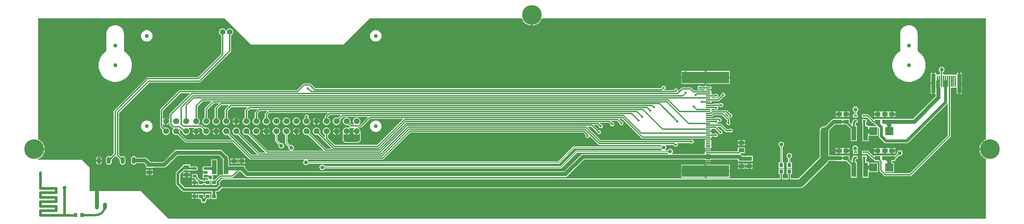
<source format=gtl>
G04 Layer_Physical_Order=1*
G04 Layer_Color=255*
%FSLAX25Y25*%
%MOIN*%
G70*
G01*
G75*
%ADD10C,0.03937*%
%ADD11C,0.02362*%
%ADD12R,0.03740X0.03937*%
%ADD13R,0.03937X0.19685*%
G04:AMPARAMS|DCode=14|XSize=15.75mil|YSize=33.47mil|CornerRadius=1.97mil|HoleSize=0mil|Usage=FLASHONLY|Rotation=270.000|XOffset=0mil|YOffset=0mil|HoleType=Round|Shape=RoundedRectangle|*
%AMROUNDEDRECTD14*
21,1,0.01575,0.02953,0,0,270.0*
21,1,0.01181,0.03347,0,0,270.0*
1,1,0.00394,-0.01476,-0.00591*
1,1,0.00394,-0.01476,0.00591*
1,1,0.00394,0.01476,0.00591*
1,1,0.00394,0.01476,-0.00591*
%
%ADD14ROUNDEDRECTD14*%
%ADD15R,0.04528X0.14173*%
%ADD16R,0.07874X0.07874*%
%ADD17R,0.05512X0.04134*%
%ADD18R,0.03937X0.03740*%
G04:AMPARAMS|DCode=19|XSize=23.62mil|YSize=39.37mil|CornerRadius=2.01mil|HoleSize=0mil|Usage=FLASHONLY|Rotation=270.000|XOffset=0mil|YOffset=0mil|HoleType=Round|Shape=RoundedRectangle|*
%AMROUNDEDRECTD19*
21,1,0.02362,0.03535,0,0,270.0*
21,1,0.01961,0.03937,0,0,270.0*
1,1,0.00402,-0.01768,-0.00980*
1,1,0.00402,-0.01768,0.00980*
1,1,0.00402,0.01768,0.00980*
1,1,0.00402,0.01768,-0.00980*
%
%ADD19ROUNDEDRECTD19*%
%ADD20O,0.01181X0.11811*%
%ADD21O,0.03937X0.07087*%
%ADD22O,0.07500X0.02500*%
%ADD23R,0.03543X0.03937*%
%ADD24O,0.05118X0.01181*%
%ADD25R,0.47244X0.11811*%
%ADD26C,0.05905*%
%ADD27C,0.01181*%
%ADD28C,0.02500*%
%ADD29C,0.00787*%
%ADD30C,0.07874*%
%ADD31C,0.01968*%
%ADD32C,0.03150*%
%ADD33C,0.02756*%
%ADD34C,0.03937*%
%ADD35C,0.19685*%
%ADD36C,0.05512*%
%ADD37C,0.02362*%
G36*
X496850Y197471D02*
X497700Y197538D01*
X499297Y197921D01*
X500814Y198549D01*
X502214Y199407D01*
X503463Y200474D01*
X504530Y201723D01*
X505388Y203123D01*
X506016Y204640D01*
X506036Y204724D01*
X948819Y204724D01*
Y83205D01*
X948005Y82868D01*
X946605Y82010D01*
X945356Y80943D01*
X944289Y79695D01*
X943431Y78294D01*
X942803Y76777D01*
X942419Y75180D01*
X942352Y74331D01*
X952756D01*
Y72756D01*
X942352D01*
X942419Y71906D01*
X942803Y70309D01*
X943431Y68792D01*
X944289Y67392D01*
X945356Y66143D01*
X946605Y65077D01*
X948005Y64219D01*
X948819Y63881D01*
Y3937D01*
X133858D01*
X106299Y31496D01*
X55118D01*
Y55118D01*
X47244Y62992D01*
X3937D01*
Y63881D01*
X4751Y64219D01*
X6151Y65077D01*
X7400Y66143D01*
X8467Y67392D01*
X9325Y68792D01*
X9953Y70309D01*
X10336Y71906D01*
X10403Y72756D01*
X0D01*
Y74331D01*
X10403D01*
X10336Y75180D01*
X9953Y76777D01*
X9325Y78294D01*
X8467Y79695D01*
X7400Y80943D01*
X6151Y82010D01*
X4751Y82868D01*
X3937Y83205D01*
Y204724D01*
X189764Y204724D01*
X216339Y178150D01*
X308071Y178150D01*
X334646Y204724D01*
X486090D01*
X486110Y204640D01*
X486738Y203123D01*
X487596Y201723D01*
X488663Y200474D01*
X489912Y199407D01*
X491312Y198549D01*
X492829Y197921D01*
X494426Y197538D01*
X495276Y197471D01*
Y207874D01*
X496850D01*
Y197471D01*
D02*
G37*
%LPC*%
G36*
X67069Y61417D02*
X65276D01*
Y58186D01*
X65779Y58395D01*
X66313Y58805D01*
X66724Y59339D01*
X66981Y59962D01*
X67069Y60630D01*
Y61417D01*
D02*
G37*
G36*
X671063Y59252D02*
X668988D01*
X669030Y59188D01*
X669421Y58927D01*
X669882Y58835D01*
X671063D01*
Y59252D01*
D02*
G37*
G36*
X63701Y61417D02*
X61907D01*
Y60630D01*
X61995Y59962D01*
X62253Y59339D01*
X62663Y58805D01*
X63198Y58395D01*
X63701Y58186D01*
Y61417D01*
D02*
G37*
G36*
X716339Y59153D02*
X713780D01*
Y57283D01*
X716339D01*
Y59153D01*
D02*
G37*
G36*
X708464D02*
X705906D01*
Y57283D01*
X708464D01*
Y59153D01*
D02*
G37*
G36*
X805906Y103839D02*
Y103839D01*
X805406Y103839D01*
X798819D01*
Y103764D01*
X797047D01*
X796328Y103669D01*
X795657Y103392D01*
X795082Y102950D01*
X788532Y96400D01*
X787795Y96497D01*
X786562Y96335D01*
X785413Y95859D01*
X784426Y95102D01*
X783669Y94115D01*
X783192Y92966D01*
X783030Y91732D01*
Y65360D01*
X761806Y44135D01*
X754161D01*
Y48425D01*
X755413D01*
Y53937D01*
X750098D01*
Y48425D01*
X751351D01*
Y44135D01*
X746287D01*
Y48425D01*
X747539D01*
Y53937D01*
X742224D01*
Y48425D01*
X743477D01*
Y44135D01*
X188976D01*
X187743Y43973D01*
X186594Y43497D01*
X185607Y42740D01*
X184850Y41753D01*
X184374Y40603D01*
X184211Y39370D01*
X184374Y38137D01*
X184446Y37962D01*
X181763Y35279D01*
X150127D01*
X145515Y39891D01*
Y48298D01*
X149677Y52461D01*
X152087D01*
X152756Y52328D01*
X157631D01*
X157788Y52223D01*
X158173Y52146D01*
X161709D01*
X162094Y52223D01*
X162421Y52441D01*
X162639Y52768D01*
X162716Y53154D01*
Y55114D01*
X162639Y55500D01*
X162421Y55827D01*
X162094Y56045D01*
X161709Y56122D01*
X158173D01*
X157788Y56045D01*
X157631Y55940D01*
X155512D01*
Y58169D01*
X148425D01*
Y57262D01*
X147848Y56876D01*
X141746Y50774D01*
X141267Y50058D01*
X141099Y49213D01*
Y38976D01*
X141267Y38131D01*
X141746Y37415D01*
X147652Y31510D01*
X148368Y31031D01*
X149213Y30863D01*
X176926D01*
Y29035D01*
X176378D01*
Y23720D01*
X181890D01*
Y29035D01*
X181342D01*
Y30863D01*
X182677D01*
X183522Y31031D01*
X184238Y31510D01*
X187568Y34840D01*
X187743Y34767D01*
X188976Y34605D01*
X763779D01*
X765013Y34767D01*
X766162Y35243D01*
X767149Y36001D01*
X791165Y60016D01*
X791922Y61003D01*
X792247Y61787D01*
X798819D01*
Y61713D01*
X805906D01*
X805906Y61713D01*
Y61713D01*
X809749D01*
X814075Y57386D01*
Y45079D01*
X820177D01*
Y60827D01*
X818932D01*
Y62933D01*
X819760Y63760D01*
X820276D01*
X820660Y63837D01*
X820985Y64054D01*
X821203Y64380D01*
X821279Y64764D01*
Y65945D01*
X821203Y66329D01*
X820985Y66654D01*
X820660Y66872D01*
X820276Y66948D01*
X819602D01*
X819491Y67023D01*
X818799Y67161D01*
X818108Y67023D01*
X817996Y66948D01*
X817323D01*
X816939Y66872D01*
X816613Y66654D01*
X816396Y66329D01*
X816319Y65945D01*
Y65429D01*
X815849Y64958D01*
X815457Y64372D01*
X815320Y63681D01*
Y61904D01*
X814858Y61713D01*
X812992Y63578D01*
Y67421D01*
X805906D01*
X805906Y67421D01*
Y67421D01*
X798819D01*
Y67347D01*
X792560D01*
Y91732D01*
X792463Y92469D01*
X798199Y98205D01*
X798819D01*
Y98130D01*
X805906D01*
X805906Y98130D01*
Y98130D01*
X809749D01*
X814075Y93804D01*
Y81496D01*
X820177D01*
Y97244D01*
X818932D01*
Y99350D01*
X819760Y100178D01*
X820276D01*
X820660Y100254D01*
X820985Y100471D01*
X821203Y100797D01*
X821279Y101181D01*
Y102362D01*
X821203Y102746D01*
X820985Y103072D01*
X820660Y103289D01*
X820276Y103366D01*
X819602D01*
X819491Y103440D01*
X818799Y103578D01*
X818108Y103440D01*
X817996Y103366D01*
X817323D01*
X816939Y103289D01*
X816613Y103072D01*
X816396Y102746D01*
X816319Y102362D01*
Y101846D01*
X815849Y101376D01*
X815457Y100790D01*
X815320Y100098D01*
Y98321D01*
X814858Y98130D01*
X812992Y99995D01*
Y103839D01*
X805906D01*
Y103839D01*
X805906Y103839D01*
D02*
G37*
G36*
X704331Y79134D02*
X701772D01*
Y77264D01*
X704331D01*
Y79134D01*
D02*
G37*
G36*
X851772Y74705D02*
X851272Y74705D01*
X848819D01*
Y72047D01*
Y69390D01*
X851272D01*
X851378Y69390D01*
X851878Y69390D01*
X854331D01*
Y72047D01*
Y74705D01*
X851878D01*
X851772Y74705D01*
D02*
G37*
G36*
X708464Y79134D02*
X705905D01*
Y77264D01*
X708464D01*
Y79134D01*
D02*
G37*
G36*
Y82579D02*
X705905D01*
Y80709D01*
X708464D01*
Y82579D01*
D02*
G37*
G36*
X704331D02*
X701772D01*
Y80709D01*
X704331D01*
Y82579D01*
D02*
G37*
G36*
X712205Y59153D02*
X709646D01*
Y57283D01*
X712205D01*
Y59153D01*
D02*
G37*
G36*
X112205Y102215D02*
X110714Y102018D01*
X109326Y101443D01*
X108133Y100528D01*
X107218Y99336D01*
X106643Y97947D01*
X106447Y96457D01*
X106643Y94966D01*
X107218Y93578D01*
X108133Y92385D01*
X109326Y91470D01*
X110714Y90895D01*
X112205Y90699D01*
X113695Y90895D01*
X115084Y91470D01*
X116276Y92385D01*
X117191Y93578D01*
X117766Y94966D01*
X117963Y96457D01*
X117766Y97947D01*
X117191Y99336D01*
X116276Y100528D01*
X115084Y101443D01*
X113695Y102018D01*
X112205Y102215D01*
D02*
G37*
G36*
X704331Y55709D02*
X701772D01*
Y53839D01*
X704331D01*
Y55709D01*
D02*
G37*
G36*
X693504Y58071D02*
X670079D01*
Y52362D01*
X693504D01*
Y58071D01*
D02*
G37*
G36*
X118307Y53051D02*
X115748D01*
Y51181D01*
X118307D01*
Y53051D01*
D02*
G37*
G36*
X668504Y58071D02*
X645079D01*
Y52362D01*
X668504D01*
Y58071D01*
D02*
G37*
G36*
X708464Y55709D02*
X705906D01*
Y53839D01*
X708464D01*
Y55709D01*
D02*
G37*
G36*
X752756Y69709D02*
X752037Y69614D01*
X751366Y69336D01*
X750790Y68895D01*
X750349Y68319D01*
X750071Y67649D01*
X749976Y66929D01*
X750071Y66210D01*
X750349Y65539D01*
X750790Y64964D01*
X751366Y64522D01*
X751552Y64445D01*
Y60236D01*
X750098D01*
Y54724D01*
X755413D01*
Y60236D01*
X753960D01*
Y64445D01*
X754146Y64522D01*
X754721Y64964D01*
X755163Y65539D01*
X755441Y66210D01*
X755536Y66929D01*
X755441Y67649D01*
X755163Y68319D01*
X754721Y68895D01*
X754146Y69336D01*
X753475Y69614D01*
X752756Y69709D01*
D02*
G37*
G36*
X704331Y59153D02*
X701772D01*
Y57283D01*
X704331D01*
Y59153D01*
D02*
G37*
G36*
X744882Y81080D02*
X744163Y80985D01*
X743492Y80707D01*
X742916Y80265D01*
X742475Y79690D01*
X742197Y79019D01*
X742102Y78300D01*
X742197Y77581D01*
X742475Y76910D01*
X742916Y76335D01*
X743492Y75893D01*
X743678Y75816D01*
Y60236D01*
X742224D01*
Y54724D01*
X747539D01*
Y60236D01*
X746086D01*
Y75816D01*
X746272Y75893D01*
X746847Y76335D01*
X747289Y76910D01*
X747567Y77581D01*
X747662Y78300D01*
X747567Y79019D01*
X747289Y79690D01*
X746847Y80265D01*
X746272Y80707D01*
X745601Y80985D01*
X744882Y81080D01*
D02*
G37*
G36*
X712205Y55709D02*
X709646D01*
Y53839D01*
X712205D01*
Y55709D01*
D02*
G37*
G36*
X716339D02*
X713780D01*
Y53839D01*
X716339D01*
Y55709D01*
D02*
G37*
G36*
X205906Y64272D02*
X203346D01*
Y62402D01*
X205906D01*
Y64272D01*
D02*
G37*
G36*
X202559D02*
X200000D01*
Y62402D01*
X202559D01*
Y64272D01*
D02*
G37*
G36*
X210039D02*
X207480D01*
Y62402D01*
X210039D01*
Y64272D01*
D02*
G37*
G36*
X65276Y66223D02*
Y62992D01*
X67069D01*
Y63779D01*
X66981Y64448D01*
X66724Y65070D01*
X66313Y65605D01*
X65779Y66015D01*
X65276Y66223D01*
D02*
G37*
G36*
X63701Y66223D02*
X63198Y66015D01*
X62663Y65605D01*
X62253Y65070D01*
X61995Y64448D01*
X61907Y63779D01*
Y62992D01*
X63701D01*
Y66223D01*
D02*
G37*
G36*
X198425Y64272D02*
X195866D01*
Y62402D01*
X198425D01*
Y64272D01*
D02*
G37*
G36*
X202559Y60827D02*
X200000D01*
Y58957D01*
X202559D01*
Y60827D01*
D02*
G37*
G36*
X198425D02*
X195866D01*
Y58957D01*
X198425D01*
Y60827D01*
D02*
G37*
G36*
X205906D02*
X203346D01*
Y58957D01*
X205906D01*
Y60827D01*
D02*
G37*
G36*
X674713Y61220D02*
X671850D01*
X668988D01*
X669030Y61156D01*
Y60891D01*
X668988Y60827D01*
X671850D01*
X674713D01*
X674670Y60891D01*
Y61156D01*
X674713Y61220D01*
D02*
G37*
G36*
X210039Y60827D02*
X207480D01*
Y58957D01*
X210039D01*
Y60827D01*
D02*
G37*
G36*
X818502Y77189D02*
X817783Y77094D01*
X817113Y76817D01*
X816537Y76375D01*
X816095Y75799D01*
X815817Y75129D01*
X815723Y74409D01*
X815817Y73690D01*
X816095Y73019D01*
X816537Y72444D01*
X816621Y72379D01*
X816613Y71773D01*
X816396Y71447D01*
X816319Y71063D01*
Y69882D01*
X816396Y69498D01*
X816613Y69172D01*
X816939Y68955D01*
X817323Y68878D01*
X820276D01*
X820660Y68955D01*
X820985Y69172D01*
X821203Y69498D01*
X821279Y69882D01*
Y71063D01*
X821203Y71447D01*
X820985Y71773D01*
X820660Y71990D01*
X820595Y72142D01*
X820531Y72526D01*
X820910Y73019D01*
X821187Y73690D01*
X821282Y74409D01*
X821187Y75129D01*
X820910Y75799D01*
X820468Y76375D01*
X819892Y76817D01*
X819222Y77094D01*
X818502Y77189D01*
D02*
G37*
G36*
X801575Y74705D02*
X799016D01*
Y72835D01*
X801575D01*
Y74705D01*
D02*
G37*
G36*
X840158Y74705D02*
X837598D01*
Y72835D01*
X840158D01*
Y74705D01*
D02*
G37*
G36*
X810236Y74705D02*
Y72835D01*
X812795D01*
Y74705D01*
X810236D01*
D02*
G37*
G36*
X674713Y59252D02*
X672638D01*
Y58835D01*
X673819D01*
X674280Y58927D01*
X674670Y59188D01*
X674713Y59252D01*
D02*
G37*
G36*
X855906Y74705D02*
Y72835D01*
X858465D01*
Y74705D01*
X855906D01*
D02*
G37*
G36*
X858465Y71260D02*
X855906D01*
Y69390D01*
X858465D01*
Y71260D01*
D02*
G37*
G36*
X806102Y74705D02*
X805709Y74705D01*
X805602Y74705D01*
X803150D01*
Y72047D01*
Y69390D01*
X805602D01*
X805709Y69390D01*
X806102Y69390D01*
X806209Y69390D01*
X808661D01*
Y72047D01*
Y74705D01*
X806209D01*
X806102Y74705D01*
D02*
G37*
G36*
X840158Y71260D02*
X837598D01*
Y69390D01*
X840158D01*
Y71260D01*
D02*
G37*
G36*
X801575Y71260D02*
X799016D01*
Y69390D01*
X801575D01*
Y71260D01*
D02*
G37*
G36*
X812795Y71260D02*
X810236D01*
Y69390D01*
X812795D01*
Y71260D01*
D02*
G37*
G36*
X844685Y74705D02*
X844291Y74705D01*
X844185Y74705D01*
X841732D01*
Y72047D01*
Y69390D01*
X844185D01*
X844291Y69390D01*
X844685Y69390D01*
X844791Y69390D01*
X847244D01*
Y72047D01*
Y74705D01*
X844791D01*
X844685Y74705D01*
D02*
G37*
G36*
X114173Y53051D02*
X111614D01*
Y51181D01*
X114173D01*
Y53051D01*
D02*
G37*
G36*
X851772Y111122D02*
X851272Y111122D01*
X848819D01*
Y108465D01*
Y105807D01*
X851272D01*
X851378Y105807D01*
X851878Y105807D01*
X854331D01*
Y108465D01*
Y111122D01*
X851878D01*
X851772Y111122D01*
D02*
G37*
G36*
X855906Y111122D02*
Y109252D01*
X858465D01*
Y111122D01*
X855906D01*
D02*
G37*
G36*
X274803Y139200D02*
X269291D01*
X268754Y139093D01*
X268298Y138789D01*
X262017Y132507D01*
X145276D01*
X144738Y132400D01*
X144282Y132096D01*
X125778Y113592D01*
X125474Y113136D01*
X125367Y112598D01*
Y96063D01*
X125474Y95525D01*
X125778Y95069D01*
X127933Y92914D01*
X127734Y92433D01*
X127605Y91457D01*
X127734Y90480D01*
X128111Y89570D01*
X128710Y88789D01*
X129492Y88190D01*
X130402Y87813D01*
X131378Y87684D01*
X132354Y87813D01*
X133264Y88190D01*
X134046Y88789D01*
X134645Y89570D01*
X135022Y90480D01*
X135150Y91457D01*
X135022Y92433D01*
X134645Y93343D01*
X134046Y94124D01*
X133264Y94724D01*
X132354Y95101D01*
X131378Y95229D01*
X130402Y95101D01*
X129920Y94901D01*
X128177Y96645D01*
Y98987D01*
X128677Y99157D01*
X128851Y98930D01*
X129591Y98362D01*
X130453Y98005D01*
X130591Y97987D01*
Y101457D01*
Y104927D01*
X130453Y104909D01*
X129591Y104552D01*
X128851Y103984D01*
X128677Y103757D01*
X128177Y103927D01*
Y112016D01*
X145858Y129697D01*
X155010D01*
X155201Y129235D01*
X135227Y109261D01*
X134923Y108805D01*
X134816Y108268D01*
Y103619D01*
X134316Y103449D01*
X133905Y103984D01*
X133165Y104552D01*
X132303Y104909D01*
X132165Y104927D01*
Y101457D01*
Y97987D01*
X132303Y98005D01*
X133165Y98362D01*
X133905Y98930D01*
X134316Y99464D01*
X134816Y99295D01*
Y98425D01*
X134923Y97887D01*
X135227Y97432D01*
X137589Y95069D01*
X138045Y94765D01*
X138583Y94658D01*
X138628D01*
X138789Y94185D01*
X138710Y94124D01*
X138111Y93343D01*
X137734Y92433D01*
X137606Y91457D01*
X137734Y90480D01*
X138111Y89570D01*
X138710Y88789D01*
X139492Y88190D01*
X140402Y87813D01*
X141378Y87684D01*
X142354Y87813D01*
X142836Y88012D01*
X150345Y80503D01*
X150801Y80198D01*
X151339Y80091D01*
X197973D01*
X214490Y63573D01*
X214946Y63269D01*
X215484Y63162D01*
X269543D01*
X269642Y62662D01*
X269510Y62607D01*
X268934Y62165D01*
X268493Y61590D01*
X268215Y60919D01*
X268120Y60200D01*
X268215Y59481D01*
X268493Y58810D01*
X268934Y58235D01*
X269510Y57793D01*
X270181Y57515D01*
X270900Y57420D01*
X271619Y57515D01*
X272290Y57793D01*
X272866Y58235D01*
X273307Y58810D01*
X273384Y58996D01*
X522900D01*
X522900Y58996D01*
X523361Y59087D01*
X523751Y59348D01*
X538199Y73796D01*
X625104D01*
X625534Y73234D01*
X625965Y72904D01*
X625795Y72404D01*
X540700D01*
X540239Y72313D01*
X539849Y72052D01*
X539848Y72052D01*
X524401Y56604D01*
X289584D01*
X289507Y56790D01*
X289066Y57366D01*
X288490Y57807D01*
X287819Y58085D01*
X287100Y58180D01*
X286381Y58085D01*
X285710Y57807D01*
X285135Y57366D01*
X284693Y56790D01*
X284415Y56119D01*
X284320Y55400D01*
X284415Y54681D01*
X284693Y54010D01*
X285135Y53434D01*
X285710Y52993D01*
X286381Y52715D01*
X287100Y52620D01*
X287819Y52715D01*
X288490Y52993D01*
X289066Y53434D01*
X289507Y54010D01*
X289584Y54196D01*
X524900D01*
X524900Y54196D01*
X525361Y54287D01*
X525751Y54549D01*
X541199Y69996D01*
X631516D01*
X631593Y69810D01*
X632034Y69235D01*
X632047Y69225D01*
X631878Y68725D01*
X547047D01*
X546328Y68630D01*
X545657Y68352D01*
X545082Y67910D01*
X528376Y51205D01*
X213553D01*
X210236Y54522D01*
Y56988D01*
X203256D01*
X203150Y56988D01*
Y56988D01*
X202756D01*
Y56988D01*
X195669D01*
Y56914D01*
X194193D01*
Y63386D01*
X193921D01*
Y64370D01*
X193827Y65089D01*
X193549Y65760D01*
X193107Y66336D01*
X187399Y72044D01*
X186823Y72486D01*
X186153Y72764D01*
X185433Y72858D01*
X141732D01*
X141013Y72764D01*
X140342Y72486D01*
X139767Y72044D01*
X128376Y60654D01*
X118504D01*
Y60728D01*
X116037D01*
X112595Y64170D01*
X112020Y64612D01*
X111349Y64890D01*
X110630Y64984D01*
X101618D01*
X101541Y65169D01*
X101099Y65745D01*
X100524Y66187D01*
X99853Y66465D01*
X99134Y66559D01*
X98414Y66465D01*
X97744Y66187D01*
X97168Y65745D01*
X96727Y65169D01*
X96449Y64499D01*
X96354Y63779D01*
Y60630D01*
X96449Y59911D01*
X96727Y59240D01*
X97168Y58664D01*
X97744Y58223D01*
X98414Y57945D01*
X99134Y57850D01*
X99853Y57945D01*
X100524Y58223D01*
X101099Y58664D01*
X101541Y59240D01*
X101618Y59425D01*
X109478D01*
X111417Y57486D01*
Y55020D01*
X118504D01*
Y55094D01*
X129528D01*
X130247Y55189D01*
X130917Y55467D01*
X131493Y55909D01*
X142884Y67299D01*
X184282D01*
X187820Y63761D01*
X188091Y63386D01*
X188091D01*
X188091Y63386D01*
Y47862D01*
X185433D01*
X184895Y47755D01*
X184440Y47450D01*
X179804Y42815D01*
X177732D01*
X177563Y43291D01*
X177560Y43315D01*
X177998Y43886D01*
X178276Y44556D01*
X178370Y45276D01*
X178276Y45995D01*
X177998Y46665D01*
X177635Y47138D01*
X177793Y47638D01*
X182579D01*
Y63386D01*
X176476D01*
Y56392D01*
X176426Y56342D01*
X170768D01*
X169923Y56174D01*
X169845Y56122D01*
X169000D01*
X168614Y56045D01*
X168288Y55827D01*
X168069Y55500D01*
X167992Y55114D01*
Y53154D01*
X168069Y52768D01*
X168288Y52441D01*
X168318Y52336D01*
X168337Y51807D01*
X168255Y51683D01*
X168193Y51374D01*
Y51181D01*
X170768D01*
Y49606D01*
X168193D01*
Y49413D01*
X168255Y49105D01*
X168337Y48981D01*
X168318Y48452D01*
X168288Y48346D01*
X168069Y48019D01*
X167992Y47634D01*
Y45673D01*
X168069Y45288D01*
X168288Y44961D01*
X168614Y44742D01*
X169000Y44666D01*
X172535D01*
X172705Y44699D01*
X172906Y44556D01*
X173183Y43886D01*
X173621Y43315D01*
X173618Y43291D01*
X173449Y42815D01*
X170079D01*
Y41562D01*
X168898D01*
Y42815D01*
X165471D01*
X162699Y45587D01*
X162716Y45673D01*
Y47634D01*
X162639Y48019D01*
X162421Y48346D01*
X162094Y48565D01*
X161709Y48641D01*
X158173D01*
X157788Y48565D01*
X157461Y48346D01*
X157242Y48019D01*
X157166Y47634D01*
Y45673D01*
X157242Y45288D01*
X157461Y44961D01*
X157788Y44742D01*
X158173Y44666D01*
X159647D01*
X161232Y43080D01*
X161041Y42618D01*
X160630D01*
Y40945D01*
X162402D01*
Y41258D01*
X162864Y41449D01*
X163386Y40927D01*
Y37500D01*
X168898D01*
Y38752D01*
X170079D01*
Y37500D01*
X175591D01*
Y42121D01*
X175957Y42287D01*
X176378Y41979D01*
Y37500D01*
X181890D01*
Y40927D01*
X186015Y45052D01*
X197638D01*
X198175Y45159D01*
X198631Y45463D01*
X204448Y51279D01*
X205616D01*
X210436Y46460D01*
X211012Y46018D01*
X211682Y45740D01*
X212402Y45645D01*
X529528D01*
X530247Y45740D01*
X530917Y46018D01*
X531493Y46460D01*
X548199Y63165D01*
X668656D01*
X668915Y62795D01*
X669169D01*
X669344Y62678D01*
X669882Y62571D01*
X671850D01*
X673819D01*
X674357Y62678D01*
X674532Y62795D01*
X674786D01*
X675044Y63165D01*
X701575D01*
Y61122D01*
X708661D01*
Y61197D01*
X709449D01*
Y61122D01*
X716535D01*
Y66831D01*
X709449D01*
Y66756D01*
X708661D01*
Y66831D01*
X706195D01*
X705115Y67910D01*
X704539Y68352D01*
X703962Y68591D01*
X703836Y68896D01*
X703806Y69142D01*
X704251Y69587D01*
X708661D01*
Y75295D01*
X701575D01*
Y71287D01*
X675418D01*
X675010Y71787D01*
X675023Y71850D01*
X674931Y72311D01*
X674670Y72702D01*
Y72967D01*
X674931Y73358D01*
X675023Y73819D01*
X674931Y74280D01*
X674917Y74302D01*
X674812Y74794D01*
X675117Y75250D01*
X675224Y75787D01*
X675117Y76325D01*
X674819Y76772D01*
X675117Y77218D01*
X675224Y77756D01*
X675117Y78294D01*
X674819Y78740D01*
X675117Y79187D01*
X675224Y79724D01*
X675117Y80262D01*
X674819Y80709D01*
X675117Y81155D01*
X675224Y81693D01*
X675117Y82231D01*
X674812Y82686D01*
X674913Y83159D01*
X674931Y83200D01*
X674931Y83201D01*
X675023Y83661D01*
X674931Y84122D01*
X674917Y84145D01*
X674812Y84636D01*
X675117Y85092D01*
X675224Y85630D01*
X675211Y85694D01*
X675622Y86194D01*
X678099D01*
X678108Y86179D01*
X678759Y85744D01*
X679528Y85591D01*
X680296Y85744D01*
X680947Y86179D01*
X681382Y86830D01*
X681535Y87598D01*
X681382Y88367D01*
X680947Y89018D01*
X680296Y89453D01*
X679528Y89605D01*
X678759Y89453D01*
X678108Y89018D01*
X678099Y89003D01*
X675622D01*
X675211Y89503D01*
X675224Y89567D01*
X675117Y90105D01*
X674812Y90560D01*
X674917Y91052D01*
X674931Y91075D01*
X675023Y91535D01*
X674931Y91996D01*
X674917Y92019D01*
X674812Y92510D01*
X675117Y92966D01*
X675224Y93504D01*
X675211Y93568D01*
X675622Y94068D01*
X678749D01*
X682248Y90568D01*
X682245Y90551D01*
X682398Y89783D01*
X682833Y89132D01*
X683484Y88697D01*
X684252Y88544D01*
X685020Y88697D01*
X685671Y89132D01*
X686106Y89783D01*
X686259Y90551D01*
X686106Y91319D01*
X685671Y91970D01*
X685020Y92405D01*
X684252Y92558D01*
X684235Y92555D01*
X681216Y95574D01*
X681407Y96036D01*
X683867D01*
X688770Y91132D01*
X689226Y90828D01*
X689764Y90721D01*
X693059D01*
X693069Y90707D01*
X693720Y90272D01*
X694488Y90119D01*
X695256Y90272D01*
X695907Y90707D01*
X696343Y91358D01*
X696495Y92126D01*
X696343Y92894D01*
X695907Y93545D01*
X695256Y93980D01*
X694488Y94133D01*
X693720Y93980D01*
X693069Y93545D01*
X693059Y93531D01*
X690346D01*
X685442Y98434D01*
X684986Y98739D01*
X684449Y98846D01*
X680953D01*
X680712Y99309D01*
X680718Y99346D01*
X681341Y99762D01*
X681776Y100413D01*
X681864Y100857D01*
X682418Y101088D01*
X682696Y100902D01*
X683465Y100749D01*
X684233Y100902D01*
X684884Y101337D01*
X685319Y101988D01*
X685472Y102756D01*
X685319Y103524D01*
X684884Y104175D01*
X684233Y104610D01*
X683465Y104763D01*
X683438Y104758D01*
X683018Y105038D01*
X682480Y105145D01*
X678861D01*
X678324Y105038D01*
X677894Y104751D01*
X675418D01*
X675010Y105251D01*
X675023Y105315D01*
X675010Y105378D01*
X675418Y105878D01*
X675450D01*
X675987Y105985D01*
X676443Y106290D01*
X677606Y107453D01*
X685911D01*
X690721Y102643D01*
Y101035D01*
X690707Y101025D01*
X690272Y100374D01*
X690119Y99606D01*
X690272Y98838D01*
X690707Y98187D01*
X691358Y97752D01*
X692126Y97599D01*
X692894Y97752D01*
X693545Y98187D01*
X693980Y98838D01*
X694133Y99606D01*
X693980Y100374D01*
X693545Y101025D01*
X693531Y101035D01*
Y103225D01*
X693424Y103763D01*
X693119Y104219D01*
X688378Y108960D01*
X688570Y109422D01*
X689772D01*
X692091Y107103D01*
X692087Y107087D01*
X692240Y106318D01*
X692675Y105667D01*
X693326Y105232D01*
X694095Y105079D01*
X694863Y105232D01*
X695514Y105667D01*
X695949Y106318D01*
X696102Y107087D01*
X695949Y107855D01*
X695514Y108506D01*
X694863Y108941D01*
X694095Y109094D01*
X694078Y109090D01*
X691348Y111820D01*
X690892Y112125D01*
X690354Y112232D01*
X676209D01*
X675671Y112125D01*
X675503Y112012D01*
X675214Y111822D01*
X674848Y112160D01*
X674819Y112205D01*
X675117Y112651D01*
X675224Y113189D01*
X675211Y113252D01*
X675622Y113752D01*
X678361D01*
X678502Y113541D01*
X679153Y113106D01*
X679921Y112954D01*
X680689Y113106D01*
X681341Y113541D01*
X681776Y114193D01*
X681928Y114961D01*
X681776Y115729D01*
X681681Y115871D01*
X681916Y116312D01*
X683611D01*
X683620Y116297D01*
X684271Y115862D01*
X685039Y115709D01*
X685807Y115862D01*
X686459Y116297D01*
X686894Y116948D01*
X687046Y117717D01*
X686894Y118485D01*
X686459Y119136D01*
X685807Y119571D01*
X685039Y119724D01*
X684271Y119571D01*
X683620Y119136D01*
X683611Y119122D01*
X677559D01*
X677021Y119015D01*
X676566Y118710D01*
X676386Y118531D01*
X675418D01*
X675010Y119031D01*
X675023Y119095D01*
X674931Y119555D01*
X674917Y119578D01*
X674812Y120070D01*
X675117Y120525D01*
X675224Y121063D01*
X675211Y121126D01*
X675622Y121626D01*
X682087D01*
X682624Y121733D01*
X683080Y122038D01*
X686991Y125949D01*
X687008Y125946D01*
X687776Y126099D01*
X688427Y126533D01*
X688862Y127185D01*
X689015Y127953D01*
X688862Y128721D01*
X688427Y129372D01*
X687776Y129807D01*
X687008Y129960D01*
X686240Y129807D01*
X685589Y129372D01*
X685154Y128721D01*
X685001Y127953D01*
X685004Y127936D01*
X681505Y124436D01*
X675622D01*
X675211Y124936D01*
X675224Y125000D01*
X675211Y125064D01*
X675622Y125564D01*
X678775D01*
X679153Y125311D01*
X679921Y125158D01*
X680689Y125311D01*
X681341Y125746D01*
X681776Y126397D01*
X681928Y127165D01*
X681776Y127933D01*
X681341Y128585D01*
X680689Y129020D01*
X679921Y129172D01*
X679153Y129020D01*
X678502Y128585D01*
X678361Y128374D01*
X675622D01*
X675211Y128874D01*
X675224Y128937D01*
X675117Y129475D01*
X674819Y129921D01*
X675117Y130368D01*
X675224Y130905D01*
X675117Y131443D01*
X674812Y131899D01*
X674917Y132391D01*
X674931Y132413D01*
X675023Y132874D01*
X674931Y133335D01*
X674917Y133357D01*
X674812Y133849D01*
X675117Y134305D01*
X675224Y134843D01*
X675117Y135380D01*
X674812Y135836D01*
X674917Y136328D01*
X674931Y136350D01*
X675023Y136811D01*
X674931Y137272D01*
X674670Y137663D01*
X674280Y137924D01*
X673819Y138015D01*
X672638D01*
Y136811D01*
X671063D01*
Y138015D01*
X669882D01*
X669421Y137924D01*
X669030Y137663D01*
X668769Y137272D01*
X668678Y136811D01*
X668690Y136748D01*
X668282Y136248D01*
X664946D01*
X664805Y136459D01*
X664154Y136894D01*
X663386Y137046D01*
X662618Y136894D01*
X661967Y136459D01*
X661531Y135807D01*
X661379Y135039D01*
X661531Y134271D01*
X661967Y133620D01*
X662618Y133185D01*
X663386Y133032D01*
X664154Y133185D01*
X664532Y133438D01*
X668282D01*
X668690Y132938D01*
X668678Y132874D01*
X668690Y132810D01*
X668282Y132310D01*
X657865D01*
X655324Y134852D01*
X654868Y135156D01*
X654331Y135263D01*
X646063D01*
X645525Y135156D01*
X645070Y134852D01*
X642226Y132008D01*
X641765Y132254D01*
X641771Y132283D01*
X641618Y133052D01*
X641183Y133703D01*
X640532Y134138D01*
X639764Y134291D01*
X638996Y134138D01*
X638345Y133703D01*
X637910Y133052D01*
X637801Y132507D01*
X628201D01*
X627902Y133007D01*
X627958Y133112D01*
X628327Y133185D01*
X628978Y133620D01*
X629413Y134271D01*
X629566Y135039D01*
X629413Y135807D01*
X628978Y136459D01*
X628327Y136894D01*
X627559Y137046D01*
X626791Y136894D01*
X626140Y136459D01*
X625705Y135807D01*
X625552Y135039D01*
X625555Y135023D01*
X625009Y134476D01*
X280110D01*
X275797Y138789D01*
X275341Y139093D01*
X274803Y139200D01*
D02*
G37*
G36*
X925000Y138583D02*
X923228D01*
Y128937D01*
X925000D01*
Y138583D01*
D02*
G37*
G36*
X895669D02*
X893898D01*
Y128937D01*
X895669D01*
Y138583D01*
D02*
G37*
G36*
X810236Y111122D02*
Y109252D01*
X812795D01*
Y111122D01*
X810236D01*
D02*
G37*
G36*
X812795Y107677D02*
X810236D01*
Y105807D01*
X812795D01*
Y107677D01*
D02*
G37*
G36*
X844685Y111122D02*
X844291Y111122D01*
X844185Y111122D01*
X841732D01*
Y108465D01*
Y105807D01*
X844185D01*
X844291Y105807D01*
X844685Y105807D01*
X844791Y105807D01*
X847244D01*
Y108465D01*
Y111122D01*
X844791D01*
X844685Y111122D01*
D02*
G37*
G36*
X858465Y107677D02*
X855906D01*
Y105807D01*
X858465D01*
Y107677D01*
D02*
G37*
G36*
X801575Y111122D02*
X799016D01*
Y109252D01*
X801575D01*
Y111122D01*
D02*
G37*
G36*
X840158Y111122D02*
X837598D01*
Y109252D01*
X840158D01*
Y111122D01*
D02*
G37*
G36*
X668504Y144488D02*
X645079D01*
Y138779D01*
X668504D01*
Y144488D01*
D02*
G37*
G36*
X904724Y155929D02*
X904005Y155835D01*
X903335Y155557D01*
X902759Y155115D01*
X902317Y154540D01*
X902040Y153869D01*
X901945Y153150D01*
X902040Y152430D01*
X902317Y151760D01*
X902759Y151184D01*
X903123Y150905D01*
Y148850D01*
X902623Y148440D01*
X902559Y148452D01*
X902021Y148345D01*
X901575Y148047D01*
X901128Y148345D01*
X900591Y148452D01*
X900053Y148345D01*
X899597Y148041D01*
X899516Y147919D01*
X899016Y148071D01*
Y149803D01*
X897244D01*
Y139370D01*
Y128937D01*
X898795D01*
Y126348D01*
X876211Y103764D01*
X858661D01*
Y103839D01*
X851575D01*
Y103839D01*
X851575Y103839D01*
X844488D01*
X844488Y103839D01*
Y103839D01*
X837402D01*
Y103088D01*
X836902Y102881D01*
X831899Y107883D01*
X831443Y108188D01*
X830906Y108295D01*
X829687D01*
X829518Y108407D01*
X829134Y108484D01*
X826181D01*
X825797Y108407D01*
X825471Y108190D01*
X825254Y107864D01*
X825178Y107480D01*
Y106299D01*
X825254Y105915D01*
X825471Y105590D01*
X825439Y105228D01*
X825417Y105118D01*
X827658D01*
X830340D01*
X830378Y105137D01*
X830646Y105163D01*
X835818Y99991D01*
X836273Y99686D01*
X836811Y99579D01*
X837402D01*
Y98130D01*
X838622D01*
X839833Y96919D01*
X839641Y96457D01*
X831890D01*
X831791Y96916D01*
Y97244D01*
X829464D01*
Y100243D01*
X829518Y100254D01*
X829844Y100471D01*
X830061Y100797D01*
X830137Y101181D01*
Y102362D01*
X830061Y102746D01*
X829844Y103072D01*
X829876Y103433D01*
X829897Y103543D01*
X827833D01*
X827658Y103578D01*
X827482Y103543D01*
X825417D01*
X825439Y103433D01*
X825439Y103433D01*
X825471Y103072D01*
X825254Y102746D01*
X825178Y102362D01*
Y101181D01*
X825254Y100797D01*
X825471Y100471D01*
X825797Y100254D01*
X825851Y100243D01*
Y97244D01*
X825689D01*
Y81496D01*
X831791D01*
Y86549D01*
X831890Y87008D01*
X841339D01*
Y94551D01*
X841833Y94772D01*
X842080Y94577D01*
Y86614D01*
X842263Y85693D01*
X842785Y84911D01*
X847509Y80187D01*
X848291Y79665D01*
X849213Y79481D01*
X869685D01*
X870607Y79665D01*
X871388Y80187D01*
X910168Y118966D01*
X910497Y119459D01*
X910997Y119307D01*
Y87393D01*
X873040Y49437D01*
X849007D01*
X848315Y50129D01*
X848506Y50591D01*
X857087D01*
Y60039D01*
X855142D01*
Y61713D01*
X858661D01*
Y63436D01*
X858867Y63573D01*
X862292Y66998D01*
X862992Y66905D01*
X863712Y67000D01*
X864382Y67278D01*
X864958Y67720D01*
X865399Y68295D01*
X865677Y68966D01*
X865772Y69685D01*
X865677Y70404D01*
X865399Y71075D01*
X864958Y71651D01*
X864382Y72092D01*
X863712Y72370D01*
X862992Y72465D01*
X862273Y72370D01*
X861602Y72092D01*
X861027Y71651D01*
X860585Y71075D01*
X860307Y70404D01*
X860212Y69685D01*
X860305Y68985D01*
X859026Y67706D01*
X858661Y67421D01*
Y67421D01*
X858661Y67421D01*
X851575D01*
Y67421D01*
X851575Y67421D01*
X844488D01*
X844488Y67421D01*
Y67421D01*
X837402D01*
Y66670D01*
X836902Y66463D01*
X831899Y71466D01*
X831443Y71770D01*
X830906Y71877D01*
X829687D01*
X829518Y71990D01*
X829134Y72066D01*
X826181D01*
X825797Y71990D01*
X825471Y71773D01*
X825254Y71447D01*
X825178Y71063D01*
Y69882D01*
X825254Y69498D01*
X825471Y69172D01*
X825439Y68811D01*
X825417Y68701D01*
X827658D01*
X830340D01*
X830378Y68719D01*
X830646Y68745D01*
X835818Y63573D01*
X836273Y63269D01*
X836811Y63162D01*
X837402D01*
Y61713D01*
X841812D01*
X842690Y60835D01*
Y52362D01*
X842797Y51824D01*
X843101Y51369D01*
X847432Y47038D01*
X847888Y46733D01*
X848425Y46626D01*
X873622D01*
X874160Y46733D01*
X874615Y47038D01*
X913395Y85818D01*
X913700Y86273D01*
X913807Y86811D01*
Y134615D01*
X914307Y135025D01*
X914370Y135012D01*
X914908Y135119D01*
X915354Y135418D01*
X915801Y135119D01*
X916339Y135012D01*
X916876Y135119D01*
X917323Y135418D01*
X917769Y135119D01*
X918307Y135012D01*
X918845Y135119D01*
X919300Y135424D01*
X919382Y135546D01*
X919882Y135394D01*
Y128937D01*
X921653D01*
Y139370D01*
Y149803D01*
X919882D01*
Y148071D01*
X919382Y147919D01*
X919300Y148041D01*
X918845Y148345D01*
X918307Y148452D01*
X917769Y148345D01*
X917323Y148047D01*
X916876Y148345D01*
X916339Y148452D01*
X915801Y148345D01*
X915354Y148047D01*
X914908Y148345D01*
X914370Y148452D01*
X913832Y148345D01*
X913386Y148047D01*
X912939Y148345D01*
X912402Y148452D01*
X911864Y148345D01*
X911417Y148047D01*
X910971Y148345D01*
X910433Y148452D01*
X909895Y148345D01*
X909449Y148047D01*
X909002Y148345D01*
X908465Y148452D01*
X907927Y148345D01*
X907480Y148047D01*
X907034Y148345D01*
X906496Y148452D01*
X906433Y148440D01*
X905933Y148850D01*
Y150667D01*
X906114Y150742D01*
X906690Y151184D01*
X907132Y151760D01*
X907409Y152430D01*
X907504Y153150D01*
X907409Y153869D01*
X907132Y154540D01*
X906690Y155115D01*
X906114Y155557D01*
X905444Y155835D01*
X904724Y155929D01*
D02*
G37*
G36*
X693504Y151772D02*
X670079D01*
Y146063D01*
X693504D01*
Y151772D01*
D02*
G37*
G36*
X112205Y192766D02*
X110714Y192570D01*
X109326Y191994D01*
X108133Y191079D01*
X107218Y189887D01*
X106643Y188498D01*
X106447Y187008D01*
X106643Y185518D01*
X107218Y184129D01*
X108133Y182936D01*
X109326Y182021D01*
X110714Y181446D01*
X112205Y181250D01*
X113695Y181446D01*
X115084Y182021D01*
X116276Y182936D01*
X117191Y184129D01*
X117766Y185518D01*
X117963Y187008D01*
X117766Y188498D01*
X117191Y189887D01*
X116276Y191079D01*
X115084Y191994D01*
X113695Y192570D01*
X112205Y192766D01*
D02*
G37*
G36*
X194882Y194519D02*
X193957Y194397D01*
X193095Y194040D01*
X192355Y193472D01*
X191787Y192732D01*
X191609Y192303D01*
X191068D01*
X190890Y192732D01*
X190322Y193472D01*
X189582Y194040D01*
X188720Y194397D01*
X187795Y194519D01*
X186870Y194397D01*
X186008Y194040D01*
X185268Y193472D01*
X184700Y192732D01*
X184343Y191870D01*
X184221Y190945D01*
X184343Y190020D01*
X184700Y189158D01*
X185268Y188418D01*
X186008Y187850D01*
X186390Y187692D01*
Y168692D01*
X163198Y145499D01*
X113195D01*
X112657Y145393D01*
X112201Y145088D01*
X79715Y112602D01*
X79411Y112146D01*
X79304Y111608D01*
Y69165D01*
X76063Y65924D01*
X75721Y66187D01*
X75050Y66465D01*
X74331Y66559D01*
X73611Y66465D01*
X72941Y66187D01*
X72365Y65745D01*
X71923Y65169D01*
X71646Y64499D01*
X71551Y63779D01*
Y60630D01*
X71646Y59911D01*
X71923Y59240D01*
X72365Y58664D01*
X72941Y58223D01*
X73611Y57945D01*
X74331Y57850D01*
X75050Y57945D01*
X75721Y58223D01*
X76296Y58664D01*
X76738Y59240D01*
X77016Y59911D01*
X77110Y60630D01*
Y62998D01*
X81189Y67077D01*
X81732Y66912D01*
X81773Y66706D01*
X82077Y66251D01*
X85331Y62998D01*
Y60630D01*
X85425Y59911D01*
X85703Y59240D01*
X86145Y58664D01*
X86720Y58223D01*
X87391Y57945D01*
X88110Y57850D01*
X88830Y57945D01*
X89500Y58223D01*
X90076Y58664D01*
X90517Y59240D01*
X90795Y59911D01*
X90890Y60630D01*
Y63779D01*
X90795Y64499D01*
X90517Y65169D01*
X90076Y65745D01*
X89500Y66187D01*
X88830Y66465D01*
X88110Y66559D01*
X87391Y66465D01*
X86720Y66187D01*
X86378Y65924D01*
X84476Y67826D01*
Y110048D01*
X114755Y140327D01*
X164758D01*
X165296Y140434D01*
X165751Y140739D01*
X195875Y170863D01*
X196180Y171318D01*
X196287Y171856D01*
Y187692D01*
X196669Y187850D01*
X197409Y188418D01*
X197977Y189158D01*
X198334Y190020D01*
X198456Y190945D01*
X198334Y191870D01*
X197977Y192732D01*
X197409Y193472D01*
X196669Y194040D01*
X195807Y194397D01*
X194882Y194519D01*
D02*
G37*
G36*
X340551Y192766D02*
X339061Y192570D01*
X337672Y191994D01*
X336480Y191079D01*
X335565Y189887D01*
X334990Y188498D01*
X334793Y187008D01*
X334990Y185518D01*
X335565Y184129D01*
X336480Y182936D01*
X337672Y182021D01*
X339061Y181446D01*
X340551Y181250D01*
X342041Y181446D01*
X343430Y182021D01*
X344623Y182936D01*
X345538Y184129D01*
X346113Y185518D01*
X346309Y187008D01*
X346113Y188498D01*
X345538Y189887D01*
X344623Y191079D01*
X343430Y191994D01*
X342041Y192570D01*
X340551Y192766D01*
D02*
G37*
G36*
X668504Y151772D02*
X645079D01*
Y146063D01*
X668504D01*
Y151772D01*
D02*
G37*
G36*
X895669Y149803D02*
X893898D01*
Y140157D01*
X895669D01*
Y149803D01*
D02*
G37*
G36*
X693504Y144488D02*
X670079D01*
Y138779D01*
X693504D01*
Y144488D01*
D02*
G37*
G36*
X925000Y149803D02*
X923228D01*
Y140157D01*
X925000D01*
Y149803D01*
D02*
G37*
G36*
X872047Y197680D02*
X870349Y197512D01*
X868717Y197017D01*
X867212Y196213D01*
X865893Y195131D01*
X864811Y193812D01*
X864006Y192307D01*
X863511Y190674D01*
X863344Y188976D01*
Y171552D01*
X861959Y170627D01*
X860330Y169198D01*
X858901Y167568D01*
X857696Y165766D01*
X856738Y163822D01*
X856041Y161769D01*
X855618Y159643D01*
X855476Y157480D01*
X855618Y155317D01*
X856041Y153191D01*
X856738Y151139D01*
X857696Y149195D01*
X858901Y147393D01*
X860330Y145763D01*
X861959Y144334D01*
X863762Y143130D01*
X865706Y142171D01*
X867758Y141474D01*
X869884Y141051D01*
X872047Y140909D01*
X874210Y141051D01*
X876336Y141474D01*
X878389Y142171D01*
X880333Y143130D01*
X882135Y144334D01*
X883765Y145763D01*
X885194Y147393D01*
X886398Y149195D01*
X887357Y151139D01*
X888054Y153191D01*
X888476Y155317D01*
X888618Y157480D01*
X888476Y159643D01*
X888054Y161769D01*
X887357Y163822D01*
X886398Y165766D01*
X885194Y167568D01*
X883765Y169198D01*
X882135Y170627D01*
X880750Y171552D01*
Y188976D01*
X880583Y190674D01*
X880088Y192307D01*
X879284Y193812D01*
X878201Y195131D01*
X876882Y196213D01*
X875378Y197017D01*
X873745Y197512D01*
X872047Y197680D01*
D02*
G37*
G36*
X80709D02*
X79011Y197512D01*
X77378Y197017D01*
X75873Y196213D01*
X74555Y195131D01*
X73472Y193812D01*
X72668Y192307D01*
X72173Y190674D01*
X72005Y188976D01*
Y171552D01*
X70621Y170627D01*
X68991Y169198D01*
X67562Y167568D01*
X66358Y165766D01*
X65399Y163822D01*
X64702Y161769D01*
X64280Y159643D01*
X64138Y157480D01*
X64280Y155317D01*
X64702Y153191D01*
X65399Y151139D01*
X66358Y149195D01*
X67562Y147393D01*
X68991Y145763D01*
X70621Y144334D01*
X72423Y143130D01*
X74367Y142171D01*
X76420Y141474D01*
X78546Y141051D01*
X80709Y140909D01*
X82872Y141051D01*
X84997Y141474D01*
X87050Y142171D01*
X88994Y143130D01*
X90796Y144334D01*
X92426Y145763D01*
X93855Y147393D01*
X95060Y149195D01*
X96018Y151139D01*
X96715Y153191D01*
X97138Y155317D01*
X97280Y157480D01*
X97138Y159643D01*
X96715Y161769D01*
X96018Y163822D01*
X95060Y165766D01*
X93855Y167568D01*
X92426Y169198D01*
X90796Y170627D01*
X89412Y171552D01*
Y188976D01*
X89245Y190674D01*
X88749Y192307D01*
X87945Y193812D01*
X86863Y195131D01*
X85544Y196213D01*
X84039Y197017D01*
X82407Y197512D01*
X80709Y197680D01*
D02*
G37*
G36*
X801575Y107677D02*
X799016D01*
Y105807D01*
X801575D01*
Y107677D01*
D02*
G37*
G36*
X827658Y67161D02*
X827482Y67126D01*
X825417D01*
X825439Y67016D01*
X825471Y66654D01*
X825254Y66329D01*
X825178Y65945D01*
Y64764D01*
X825254Y64380D01*
X825471Y64054D01*
X825797Y63837D01*
X825851Y63826D01*
Y60827D01*
X825689D01*
Y45079D01*
X831791D01*
Y50131D01*
X831890Y50591D01*
X841339D01*
Y60039D01*
X831890D01*
X831791Y60499D01*
Y60827D01*
X829464D01*
Y63826D01*
X829518Y63837D01*
X829843Y64054D01*
X830061Y64380D01*
X830137Y64764D01*
Y65945D01*
X830061Y66329D01*
X829844Y66654D01*
X829876Y67016D01*
X829897Y67126D01*
X827833D01*
X827658Y67161D01*
D02*
G37*
G36*
X151181Y47047D02*
X148622D01*
Y45177D01*
X151181D01*
Y47047D01*
D02*
G37*
G36*
X693504Y50787D02*
X670079D01*
Y45079D01*
X693504D01*
Y50787D01*
D02*
G37*
G36*
X159055Y42618D02*
X157283D01*
Y40945D01*
X159055D01*
Y42618D01*
D02*
G37*
G36*
X668504Y50787D02*
X645079D01*
Y45079D01*
X668504D01*
Y50787D01*
D02*
G37*
G36*
X151181Y50492D02*
X148622D01*
Y48622D01*
X151181D01*
Y50492D01*
D02*
G37*
G36*
X155315D02*
X152756D01*
Y48622D01*
X155315D01*
Y50492D01*
D02*
G37*
G36*
X118307Y49606D02*
X115748D01*
Y47736D01*
X118307D01*
Y49606D01*
D02*
G37*
G36*
X155315Y47047D02*
X152756D01*
Y45177D01*
X155315D01*
Y47047D01*
D02*
G37*
G36*
X114173Y49606D02*
X111614D01*
Y47736D01*
X114173D01*
Y49606D01*
D02*
G37*
G36*
X162402Y39370D02*
X160630D01*
Y37697D01*
X162402D01*
Y39370D01*
D02*
G37*
G36*
X818898Y116190D02*
X818178Y116095D01*
X817508Y115817D01*
X816932Y115376D01*
X816490Y114800D01*
X816213Y114130D01*
X816118Y113410D01*
X816213Y112691D01*
X816490Y112020D01*
X816932Y111445D01*
X817508Y111003D01*
X817693Y110926D01*
Y108484D01*
X817323D01*
X816939Y108407D01*
X816613Y108190D01*
X816396Y107864D01*
X816319Y107480D01*
Y106299D01*
X816396Y105915D01*
X816613Y105590D01*
X816939Y105372D01*
X817323Y105296D01*
X820276D01*
X820660Y105372D01*
X820985Y105590D01*
X821203Y105915D01*
X821279Y106299D01*
Y107480D01*
X821203Y107864D01*
X820985Y108190D01*
X820660Y108407D01*
X820276Y108484D01*
X820102D01*
Y110926D01*
X820288Y111003D01*
X820863Y111445D01*
X821305Y112020D01*
X821583Y112691D01*
X821677Y113410D01*
X821583Y114130D01*
X821305Y114800D01*
X820863Y115376D01*
X820288Y115817D01*
X819617Y116095D01*
X818898Y116190D01*
D02*
G37*
G36*
X840158Y107677D02*
X837598D01*
Y105807D01*
X840158D01*
Y107677D01*
D02*
G37*
G36*
X162402Y25591D02*
X160630D01*
Y23917D01*
X162402D01*
Y25591D01*
D02*
G37*
G36*
X159055D02*
X157283D01*
Y23917D01*
X159055D01*
Y25591D01*
D02*
G37*
G36*
X175591Y29035D02*
X170079D01*
Y25609D01*
X169598Y25128D01*
X168898Y25221D01*
Y29035D01*
X163386D01*
Y23720D01*
X165631D01*
X166210Y23142D01*
X166118Y22441D01*
X166213Y21722D01*
X166490Y21051D01*
X166932Y20475D01*
X167508Y20034D01*
X168178Y19756D01*
X168898Y19661D01*
X169617Y19756D01*
X170288Y20034D01*
X170863Y20475D01*
X171305Y21051D01*
X171583Y21722D01*
X171677Y22441D01*
X171585Y23142D01*
X172164Y23720D01*
X175591D01*
Y29035D01*
D02*
G37*
G36*
X162402Y28839D02*
X160630D01*
Y27165D01*
X162402D01*
Y28839D01*
D02*
G37*
G36*
X159055Y39370D02*
X157283D01*
Y37697D01*
X159055D01*
Y39370D01*
D02*
G37*
G36*
X159055Y28839D02*
X157283D01*
Y27165D01*
X159055D01*
Y28839D01*
D02*
G37*
G36*
X806102Y111122D02*
X805709Y111122D01*
X805602Y111122D01*
X803150D01*
Y108465D01*
Y105807D01*
X805602D01*
X805709Y105807D01*
X806102Y105807D01*
X806209Y105807D01*
X808661D01*
Y108465D01*
Y111122D01*
X806209D01*
X806102Y111122D01*
D02*
G37*
%LPD*%
G36*
X318891Y94015D02*
X318851Y93984D01*
X318283Y93244D01*
X317926Y92382D01*
X317908Y92244D01*
X321378D01*
Y91457D01*
X322165D01*
Y87986D01*
X322303Y88005D01*
X323165Y88362D01*
X323905Y88930D01*
X324303Y89448D01*
X324803Y89279D01*
Y83548D01*
X324682Y82940D01*
X324445Y82366D01*
X324100Y81850D01*
X323661Y81412D01*
X323145Y81067D01*
X322572Y80830D01*
X321964Y80709D01*
X311107D01*
X310499Y80830D01*
X309925Y81067D01*
X309410Y81412D01*
X308971Y81850D01*
X308626Y82366D01*
X308389Y82940D01*
X308268Y83548D01*
Y88868D01*
X308768Y89038D01*
X308851Y88930D01*
X309591Y88362D01*
X310453Y88005D01*
X310591Y87986D01*
Y91457D01*
X311378D01*
Y92244D01*
X314848D01*
X314830Y92382D01*
X314473Y93244D01*
X313905Y93984D01*
X313865Y94015D01*
X314025Y94488D01*
X318730D01*
X318891Y94015D01*
D02*
G37*
G36*
X176658Y121165D02*
X170385Y114891D01*
X170080Y114435D01*
X169973Y113898D01*
Y104923D01*
X169492Y104724D01*
X168710Y104124D01*
X168111Y103343D01*
X167734Y102433D01*
X167605Y101457D01*
X167734Y100480D01*
X168111Y99571D01*
X168710Y98789D01*
X169492Y98190D01*
X170402Y97813D01*
X171378Y97684D01*
X172354Y97813D01*
X173264Y98190D01*
X174046Y98789D01*
X174645Y99571D01*
X175022Y100480D01*
X175150Y101457D01*
X175022Y102433D01*
X174645Y103343D01*
X174046Y104124D01*
X173264Y104724D01*
X172783Y104923D01*
Y113316D01*
X179125Y119658D01*
X183947D01*
X184138Y119196D01*
X180385Y115442D01*
X180080Y114987D01*
X179973Y114449D01*
Y104923D01*
X179492Y104724D01*
X178710Y104124D01*
X178111Y103343D01*
X177734Y102433D01*
X177605Y101457D01*
X177734Y100480D01*
X178111Y99571D01*
X178710Y98789D01*
X179492Y98190D01*
X180402Y97813D01*
X181378Y97684D01*
X182354Y97813D01*
X183264Y98190D01*
X184046Y98789D01*
X184645Y99571D01*
X185022Y100480D01*
X185150Y101457D01*
X185022Y102433D01*
X184645Y103343D01*
X184046Y104124D01*
X183264Y104724D01*
X182783Y104923D01*
Y113867D01*
X186606Y117690D01*
X193790D01*
X193981Y117228D01*
X190384Y113631D01*
X190080Y113175D01*
X189973Y112638D01*
Y104923D01*
X189492Y104724D01*
X188710Y104124D01*
X188111Y103343D01*
X187734Y102433D01*
X187606Y101457D01*
X187734Y100480D01*
X188111Y99571D01*
X188710Y98789D01*
X189492Y98190D01*
X190402Y97813D01*
X191378Y97684D01*
X192354Y97813D01*
X193264Y98190D01*
X194045Y98789D01*
X194645Y99571D01*
X195022Y100480D01*
X195150Y101457D01*
X195022Y102433D01*
X194645Y103343D01*
X194045Y104124D01*
X193264Y104724D01*
X192783Y104923D01*
Y112056D01*
X196448Y115721D01*
X212294D01*
X212485Y115259D01*
X210384Y113159D01*
X210080Y112703D01*
X209973Y112165D01*
Y104923D01*
X209492Y104724D01*
X208710Y104124D01*
X208111Y103343D01*
X207734Y102433D01*
X207606Y101457D01*
X207734Y100480D01*
X208111Y99571D01*
X208710Y98789D01*
X209492Y98190D01*
X210402Y97813D01*
X211378Y97684D01*
X212354Y97813D01*
X213264Y98190D01*
X214045Y98789D01*
X214645Y99571D01*
X215022Y100480D01*
X215150Y101457D01*
X215022Y102433D01*
X214645Y103343D01*
X214045Y104124D01*
X213264Y104724D01*
X212783Y104923D01*
Y111583D01*
X214952Y113752D01*
X222530D01*
X222721Y113291D01*
X220385Y110954D01*
X220080Y110498D01*
X219973Y109961D01*
Y104923D01*
X219492Y104724D01*
X218710Y104124D01*
X218111Y103343D01*
X217734Y102433D01*
X217605Y101457D01*
X217734Y100480D01*
X218111Y99571D01*
X218710Y98789D01*
X219492Y98190D01*
X220402Y97813D01*
X221378Y97684D01*
X222354Y97813D01*
X223264Y98190D01*
X224045Y98789D01*
X224645Y99571D01*
X225022Y100480D01*
X225150Y101457D01*
X225022Y102433D01*
X224645Y103343D01*
X224045Y104124D01*
X223264Y104724D01*
X222783Y104923D01*
Y109379D01*
X225188Y111784D01*
X231979D01*
X232170Y111322D01*
X230384Y109537D01*
X230080Y109081D01*
X229973Y108543D01*
Y104923D01*
X229492Y104724D01*
X228710Y104124D01*
X228111Y103343D01*
X227734Y102433D01*
X227606Y101457D01*
X227734Y100480D01*
X228111Y99571D01*
X228710Y98789D01*
X229492Y98190D01*
X230402Y97813D01*
X231378Y97684D01*
X232354Y97813D01*
X233264Y98190D01*
X234045Y98789D01*
X234645Y99571D01*
X235022Y100480D01*
X235150Y101457D01*
X235022Y102433D01*
X234645Y103343D01*
X234045Y104124D01*
X233264Y104724D01*
X232783Y104923D01*
Y107961D01*
X234637Y109816D01*
X292215D01*
X292406Y109354D01*
X290385Y107332D01*
X290080Y106876D01*
X289973Y106339D01*
Y104923D01*
X289492Y104724D01*
X288710Y104124D01*
X288111Y103343D01*
X287734Y102433D01*
X287606Y101457D01*
X287734Y100480D01*
X288111Y99571D01*
X288710Y98789D01*
X289492Y98190D01*
X290402Y97813D01*
X291378Y97684D01*
X292354Y97813D01*
X293264Y98190D01*
X294045Y98789D01*
X294645Y99571D01*
X295022Y100480D01*
X295150Y101457D01*
X295022Y102433D01*
X294645Y103343D01*
X294045Y104124D01*
X293264Y104724D01*
X292783Y104923D01*
Y105757D01*
X294873Y107847D01*
X305128D01*
X305319Y107385D01*
X302836Y104901D01*
X302354Y105101D01*
X301378Y105229D01*
X300402Y105101D01*
X299492Y104724D01*
X298710Y104124D01*
X298111Y103343D01*
X297734Y102433D01*
X297605Y101457D01*
X297734Y100480D01*
X298111Y99571D01*
X298710Y98789D01*
X299492Y98190D01*
X300402Y97813D01*
X301378Y97684D01*
X302354Y97813D01*
X303264Y98190D01*
X304045Y98789D01*
X304645Y99571D01*
X305022Y100480D01*
X305150Y101457D01*
X305022Y102433D01*
X304822Y102914D01*
X307787Y105878D01*
X332372D01*
X332564Y105417D01*
X325402Y98255D01*
X324128D01*
X323967Y98729D01*
X324045Y98789D01*
X324645Y99571D01*
X325022Y100480D01*
X325150Y101457D01*
X325022Y102433D01*
X324645Y103343D01*
X324045Y104124D01*
X323264Y104724D01*
X322354Y105101D01*
X321378Y105229D01*
X320402Y105101D01*
X319492Y104724D01*
X318710Y104124D01*
X318111Y103343D01*
X317734Y102433D01*
X317605Y101457D01*
X317734Y100480D01*
X318111Y99571D01*
X318710Y98789D01*
X318789Y98729D01*
X318628Y98255D01*
X316566D01*
X314823Y99999D01*
X315022Y100480D01*
X315150Y101457D01*
X315022Y102433D01*
X314645Y103343D01*
X314045Y104124D01*
X313264Y104724D01*
X312354Y105101D01*
X311378Y105229D01*
X310402Y105101D01*
X309492Y104724D01*
X308710Y104124D01*
X308111Y103343D01*
X307734Y102433D01*
X307606Y101457D01*
X307734Y100480D01*
X308111Y99571D01*
X308710Y98789D01*
X309492Y98190D01*
X310402Y97813D01*
X311378Y97684D01*
X312354Y97813D01*
X312836Y98012D01*
X314991Y95857D01*
X315089Y95791D01*
X314938Y95291D01*
X314025D01*
X313999Y95286D01*
X313973Y95289D01*
X313847Y95255D01*
X313718Y95230D01*
X313696Y95215D01*
X313670Y95208D01*
X313567Y95129D01*
X313458Y95056D01*
X313443Y95034D01*
X313422Y95017D01*
X313356Y94904D01*
X313284Y94795D01*
X312807Y94913D01*
X312354Y95101D01*
X311378Y95229D01*
X310402Y95101D01*
X309492Y94724D01*
X308710Y94124D01*
X308111Y93343D01*
X307734Y92433D01*
X307606Y91457D01*
X307734Y90480D01*
X307889Y90105D01*
X307961Y89610D01*
X307852Y89537D01*
X307738Y89472D01*
X307722Y89451D01*
X307700Y89436D01*
X307627Y89327D01*
X307548Y89223D01*
X307541Y89197D01*
X307526Y89175D01*
X307501Y89047D01*
X307467Y88921D01*
X307470Y88894D01*
X307465Y88868D01*
Y83548D01*
X307480Y83470D01*
Y83391D01*
X307601Y82783D01*
X307632Y82710D01*
X307647Y82632D01*
X307885Y82059D01*
X307928Y81993D01*
X307959Y81920D01*
X308303Y81405D01*
X308359Y81349D01*
X308403Y81283D01*
X308842Y80844D01*
X308908Y80800D01*
X308963Y80744D01*
X309479Y80400D01*
X309553Y80369D01*
X309618Y80325D01*
X310191Y80088D01*
X310269Y80072D01*
X310342Y80042D01*
X310950Y79921D01*
X311030D01*
X311107Y79906D01*
X321964D01*
X322041Y79921D01*
X322120D01*
X322729Y80042D01*
X322802Y80072D01*
X322880Y80088D01*
X323453Y80325D01*
X323518Y80369D01*
X323591Y80400D01*
X324107Y80744D01*
X324163Y80800D01*
X324229Y80844D01*
X324668Y81283D01*
X324712Y81349D01*
X324767Y81405D01*
X325112Y81920D01*
X325143Y81993D01*
X325186Y82059D01*
X325424Y82632D01*
X325439Y82710D01*
X325469Y82783D01*
X325590Y83391D01*
Y83470D01*
X325606Y83548D01*
Y89279D01*
X325601Y89305D01*
X325604Y89331D01*
X325570Y89457D01*
X325545Y89586D01*
X325530Y89608D01*
X325523Y89634D01*
X325444Y89737D01*
X325371Y89846D01*
X325349Y89861D01*
X325332Y89882D01*
X325219Y89948D01*
X325110Y90020D01*
X325022Y90480D01*
X325150Y91457D01*
X325022Y92433D01*
X324645Y93343D01*
X324045Y94124D01*
X323264Y94724D01*
X322729Y94945D01*
X322828Y95445D01*
X325984D01*
X326522Y95552D01*
X326978Y95857D01*
X335031Y103910D01*
X367412D01*
X367603Y103448D01*
X341938Y77783D01*
X299795D01*
X292783Y84795D01*
Y87990D01*
X293264Y88190D01*
X294045Y88789D01*
X294645Y89570D01*
X295022Y90480D01*
X295150Y91457D01*
X295022Y92433D01*
X294645Y93343D01*
X294045Y94124D01*
X293264Y94724D01*
X292354Y95101D01*
X291378Y95229D01*
X290402Y95101D01*
X289492Y94724D01*
X288710Y94124D01*
X288111Y93343D01*
X287734Y92433D01*
X287606Y91457D01*
X287734Y90480D01*
X288111Y89570D01*
X288710Y88789D01*
X289492Y88190D01*
X289973Y87990D01*
Y85474D01*
X289511Y85282D01*
X284814Y89979D01*
X285022Y90480D01*
X285150Y91457D01*
X285022Y92433D01*
X284645Y93343D01*
X284045Y94124D01*
X283264Y94724D01*
X282354Y95101D01*
X281378Y95229D01*
X280402Y95101D01*
X279492Y94724D01*
X278710Y94124D01*
X278111Y93343D01*
X277734Y92433D01*
X277606Y91457D01*
X277734Y90480D01*
X278111Y89570D01*
X278710Y88789D01*
X279492Y88190D01*
X280402Y87813D01*
X281378Y87684D01*
X282354Y87813D01*
X282816Y88004D01*
X296512Y74308D01*
X296321Y73846D01*
X290976D01*
X274822Y89999D01*
X275022Y90480D01*
X275150Y91457D01*
X275022Y92433D01*
X274645Y93343D01*
X274045Y94124D01*
X273264Y94724D01*
X272354Y95101D01*
X271378Y95229D01*
X270402Y95101D01*
X269492Y94724D01*
X268710Y94124D01*
X268111Y93343D01*
X267734Y92433D01*
X267605Y91457D01*
X267734Y90480D01*
X268111Y89570D01*
X268710Y88789D01*
X269492Y88190D01*
X270402Y87813D01*
X271378Y87684D01*
X272354Y87813D01*
X272836Y88012D01*
X288508Y72339D01*
X288317Y71877D01*
X257069D01*
X256970Y72377D01*
X257490Y72593D01*
X258066Y73035D01*
X258507Y73610D01*
X258785Y74281D01*
X258880Y75000D01*
X258785Y75719D01*
X258507Y76390D01*
X258066Y76965D01*
X257490Y77407D01*
X256819Y77685D01*
X256100Y77780D01*
X255381Y77685D01*
X255195Y77608D01*
X252582Y80221D01*
Y87907D01*
X253264Y88190D01*
X254045Y88789D01*
X254645Y89570D01*
X255022Y90480D01*
X255150Y91457D01*
X255022Y92433D01*
X254645Y93343D01*
X254045Y94124D01*
X253264Y94724D01*
X252354Y95101D01*
X251378Y95229D01*
X250402Y95101D01*
X249492Y94724D01*
X248710Y94124D01*
X248111Y93343D01*
X247734Y92433D01*
X247605Y91457D01*
X247734Y90480D01*
X248111Y89570D01*
X248710Y88789D01*
X249492Y88190D01*
X250174Y87907D01*
Y79722D01*
X250174Y79722D01*
X250265Y79261D01*
X250526Y78870D01*
X253492Y75905D01*
X253415Y75719D01*
X253320Y75000D01*
X253415Y74281D01*
X253693Y73610D01*
X254134Y73035D01*
X254710Y72593D01*
X255230Y72377D01*
X255131Y71877D01*
X232944D01*
X214823Y89999D01*
X215022Y90480D01*
X215150Y91457D01*
X215022Y92433D01*
X214645Y93343D01*
X214045Y94124D01*
X213264Y94724D01*
X212354Y95101D01*
X211378Y95229D01*
X210402Y95101D01*
X209492Y94724D01*
X208710Y94124D01*
X208111Y93343D01*
X207734Y92433D01*
X207606Y91457D01*
X207734Y90480D01*
X208111Y89570D01*
X208710Y88789D01*
X209492Y88190D01*
X210402Y87813D01*
X211378Y87684D01*
X212354Y87813D01*
X212836Y88012D01*
X230477Y70371D01*
X230286Y69909D01*
X224913D01*
X204822Y89999D01*
X205022Y90480D01*
X205150Y91457D01*
X205022Y92433D01*
X204645Y93343D01*
X204046Y94124D01*
X203264Y94724D01*
X202354Y95101D01*
X201378Y95229D01*
X200402Y95101D01*
X199492Y94724D01*
X198710Y94124D01*
X198111Y93343D01*
X197734Y92433D01*
X197606Y91457D01*
X197734Y90480D01*
X198111Y89570D01*
X198710Y88789D01*
X199492Y88190D01*
X200402Y87813D01*
X201378Y87684D01*
X202354Y87813D01*
X202836Y88012D01*
X222445Y68402D01*
X222254Y67940D01*
X216881D01*
X194823Y89999D01*
X195022Y90480D01*
X195150Y91457D01*
X195022Y92433D01*
X194645Y93343D01*
X194045Y94124D01*
X193264Y94724D01*
X192354Y95101D01*
X191378Y95229D01*
X190402Y95101D01*
X189492Y94724D01*
X188710Y94124D01*
X188111Y93343D01*
X187734Y92433D01*
X187606Y91457D01*
X187734Y90480D01*
X188111Y89570D01*
X188710Y88789D01*
X189492Y88190D01*
X190402Y87813D01*
X191378Y87684D01*
X192354Y87813D01*
X192836Y88012D01*
X197485Y83363D01*
X197293Y82901D01*
X151920D01*
X144823Y89999D01*
X145022Y90480D01*
X145150Y91457D01*
X145022Y92433D01*
X144645Y93343D01*
X144284Y93814D01*
X144484Y94374D01*
X144565Y94393D01*
X147621Y91337D01*
X147734Y90480D01*
X148111Y89570D01*
X148710Y88789D01*
X149492Y88190D01*
X150402Y87813D01*
X151378Y87684D01*
X152354Y87813D01*
X153264Y88190D01*
X154045Y88789D01*
X154645Y89570D01*
X155022Y90480D01*
X155150Y91457D01*
X155022Y92433D01*
X154645Y93343D01*
X154045Y94124D01*
X153488Y94552D01*
X153658Y95052D01*
X159492D01*
X159591Y94552D01*
X158851Y93984D01*
X158283Y93244D01*
X157926Y92382D01*
X157908Y92244D01*
X164848D01*
X164830Y92382D01*
X164473Y93244D01*
X163905Y93984D01*
X163165Y94552D01*
X163264Y95052D01*
X165796D01*
X167933Y92914D01*
X167734Y92433D01*
X167605Y91457D01*
X167734Y90480D01*
X168111Y89570D01*
X168710Y88789D01*
X169492Y88190D01*
X170402Y87813D01*
X171378Y87684D01*
X172354Y87813D01*
X173264Y88190D01*
X174046Y88789D01*
X174645Y89570D01*
X175022Y90480D01*
X175150Y91457D01*
X175022Y92433D01*
X174645Y93343D01*
X174046Y94124D01*
X173264Y94724D01*
X172354Y95101D01*
X171378Y95229D01*
X170402Y95101D01*
X169920Y94901D01*
X167371Y97450D01*
X166916Y97755D01*
X166378Y97862D01*
X163658D01*
X163488Y98362D01*
X164046Y98789D01*
X164645Y99571D01*
X165022Y100480D01*
X165150Y101457D01*
X165022Y102433D01*
X164645Y103343D01*
X164046Y104124D01*
X163264Y104724D01*
X162783Y104923D01*
Y116308D01*
X168102Y121626D01*
X176467D01*
X176658Y121165D01*
D02*
G37*
G36*
X549912Y87668D02*
X549720Y87382D01*
X549568Y86614D01*
X549720Y85846D01*
X550156Y85195D01*
X550807Y84760D01*
X551575Y84607D01*
X552343Y84760D01*
X552994Y85195D01*
X553429Y85846D01*
X553516Y86282D01*
X554058Y86446D01*
X562364Y78140D01*
X562820Y77836D01*
X563358Y77729D01*
X625447D01*
X625617Y77229D01*
X625534Y77166D01*
X625093Y76590D01*
X624933Y76204D01*
X537700D01*
X537239Y76113D01*
X536848Y75852D01*
X522401Y61404D01*
X273384D01*
X273307Y61590D01*
X272866Y62165D01*
X272290Y62607D01*
X272158Y62662D01*
X272257Y63162D01*
X347412D01*
X347950Y63269D01*
X348405Y63573D01*
X374962Y90131D01*
X547449D01*
X549912Y87668D01*
D02*
G37*
G36*
X605475Y84636D02*
X605931Y84332D01*
X606468Y84225D01*
X668282D01*
X668690Y83725D01*
X668678Y83661D01*
X668769Y83201D01*
X668784Y83178D01*
X668888Y82686D01*
X668584Y82231D01*
X668477Y81693D01*
X668584Y81155D01*
X668882Y80709D01*
X668584Y80262D01*
X668477Y79724D01*
X668584Y79187D01*
X668882Y78740D01*
X668584Y78294D01*
X668477Y77756D01*
X668584Y77218D01*
X668882Y76772D01*
X668584Y76325D01*
X668477Y75787D01*
X668584Y75250D01*
X668888Y74794D01*
X668784Y74302D01*
X668769Y74280D01*
X668678Y73819D01*
X668769Y73358D01*
X669030Y72967D01*
Y72702D01*
X668769Y72311D01*
X668678Y71850D01*
X668769Y71390D01*
X668784Y71367D01*
X668888Y70875D01*
X668584Y70420D01*
X668477Y69882D01*
X668584Y69344D01*
X668664Y69225D01*
X668397Y68725D01*
X636122D01*
X635953Y69225D01*
X635965Y69235D01*
X636407Y69810D01*
X636685Y70481D01*
X636780Y71200D01*
X636685Y71919D01*
X636407Y72590D01*
X635965Y73166D01*
X635390Y73607D01*
X634719Y73885D01*
X634000Y73980D01*
X633281Y73885D01*
X632610Y73607D01*
X632034Y73166D01*
X631593Y72590D01*
X631516Y72404D01*
X629205D01*
X629035Y72904D01*
X629465Y73234D01*
X629907Y73810D01*
X630185Y74481D01*
X630280Y75200D01*
X630185Y75919D01*
X629907Y76590D01*
X629465Y77166D01*
X629383Y77229D01*
X629553Y77729D01*
X637213D01*
X637983Y76959D01*
X638122Y76866D01*
X638345Y76534D01*
X638996Y76099D01*
X639764Y75946D01*
X640532Y76099D01*
X641183Y76534D01*
X641618Y77185D01*
X641771Y77953D01*
X641618Y78721D01*
X641300Y79197D01*
X641527Y79697D01*
X654083D01*
X654093Y79683D01*
X654744Y79248D01*
X655512Y79095D01*
X656280Y79248D01*
X656931Y79683D01*
X657366Y80334D01*
X657519Y81102D01*
X657366Y81870D01*
X656931Y82522D01*
X656280Y82957D01*
X655512Y83109D01*
X654744Y82957D01*
X654093Y82522D01*
X654083Y82507D01*
X564755D01*
X551688Y95574D01*
X551880Y96036D01*
X555520D01*
X560988Y90568D01*
X560985Y90551D01*
X561138Y89783D01*
X561573Y89132D01*
X562224Y88697D01*
X562992Y88544D01*
X563760Y88697D01*
X564411Y89132D01*
X564846Y89783D01*
X564999Y90551D01*
X564846Y91319D01*
X564411Y91970D01*
X563760Y92405D01*
X562992Y92558D01*
X562975Y92555D01*
X557988Y97543D01*
X558179Y98005D01*
X561426D01*
X562957Y96473D01*
X562954Y96457D01*
X563106Y95689D01*
X563541Y95038D01*
X564193Y94602D01*
X564961Y94450D01*
X565729Y94602D01*
X566380Y95038D01*
X566815Y95689D01*
X566968Y96457D01*
X566815Y97225D01*
X566380Y97876D01*
X565729Y98311D01*
X564961Y98464D01*
X564944Y98460D01*
X563893Y99511D01*
X564084Y99973D01*
X572843D01*
X574374Y98442D01*
X574371Y98425D01*
X574524Y97657D01*
X574959Y97006D01*
X575610Y96571D01*
X576378Y96418D01*
X577146Y96571D01*
X577797Y97006D01*
X578232Y97657D01*
X578385Y98425D01*
X578232Y99193D01*
X577797Y99844D01*
X577146Y100279D01*
X576378Y100432D01*
X576361Y100429D01*
X575310Y101480D01*
X575502Y101942D01*
X581111D01*
X583429Y99623D01*
X583426Y99606D01*
X583579Y98838D01*
X584014Y98187D01*
X584665Y97752D01*
X585433Y97599D01*
X586201Y97752D01*
X586852Y98187D01*
X587287Y98838D01*
X587440Y99606D01*
X587287Y100374D01*
X586852Y101025D01*
X586201Y101461D01*
X585433Y101613D01*
X585416Y101610D01*
X583578Y103448D01*
X583770Y103910D01*
X586201D01*
X605475Y84636D01*
D02*
G37*
%LPC*%
G36*
X320590Y90669D02*
X317908D01*
X317926Y90532D01*
X318283Y89670D01*
X318851Y88930D01*
X319591Y88362D01*
X320453Y88005D01*
X320590Y87986D01*
Y90669D01*
D02*
G37*
G36*
X314848D02*
X312165D01*
Y87986D01*
X312303Y88005D01*
X313165Y88362D01*
X313905Y88930D01*
X314473Y89670D01*
X314830Y90532D01*
X314848Y90669D01*
D02*
G37*
G36*
X241378Y105229D02*
X240402Y105101D01*
X239492Y104724D01*
X238710Y104124D01*
X238111Y103343D01*
X237734Y102433D01*
X237606Y101457D01*
X237734Y100480D01*
X238111Y99571D01*
X238710Y98789D01*
X239492Y98190D01*
X240402Y97813D01*
X241378Y97684D01*
X242354Y97813D01*
X243264Y98190D01*
X244045Y98789D01*
X244645Y99571D01*
X245022Y100480D01*
X245150Y101457D01*
X245022Y102433D01*
X244645Y103343D01*
X244045Y104124D01*
X243264Y104724D01*
X242354Y105101D01*
X241378Y105229D01*
D02*
G37*
G36*
X302165Y94927D02*
Y92244D01*
X304848D01*
X304830Y92382D01*
X304473Y93244D01*
X303905Y93984D01*
X303165Y94552D01*
X302303Y94909D01*
X302165Y94927D01*
D02*
G37*
G36*
X261378Y105229D02*
X260402Y105101D01*
X259492Y104724D01*
X258710Y104124D01*
X258111Y103343D01*
X257734Y102433D01*
X257606Y101457D01*
X257734Y100480D01*
X258111Y99571D01*
X258710Y98789D01*
X259492Y98190D01*
X260402Y97813D01*
X261378Y97684D01*
X262354Y97813D01*
X263264Y98190D01*
X264045Y98789D01*
X264645Y99571D01*
X265022Y100480D01*
X265150Y101457D01*
X265022Y102433D01*
X264645Y103343D01*
X264045Y104124D01*
X263264Y104724D01*
X262354Y105101D01*
X261378Y105229D01*
D02*
G37*
G36*
X251378D02*
X250402Y105101D01*
X249492Y104724D01*
X248710Y104124D01*
X248111Y103343D01*
X247734Y102433D01*
X247605Y101457D01*
X247734Y100480D01*
X248111Y99571D01*
X248710Y98789D01*
X249492Y98190D01*
X250402Y97813D01*
X251378Y97684D01*
X252354Y97813D01*
X253264Y98190D01*
X254045Y98789D01*
X254645Y99571D01*
X255022Y100480D01*
X255150Y101457D01*
X255022Y102433D01*
X254645Y103343D01*
X254045Y104124D01*
X253264Y104724D01*
X252354Y105101D01*
X251378Y105229D01*
D02*
G37*
G36*
X260591Y94927D02*
X260453Y94909D01*
X259591Y94552D01*
X258851Y93984D01*
X258283Y93244D01*
X257926Y92382D01*
X257908Y92244D01*
X260591D01*
Y94927D01*
D02*
G37*
G36*
X232165D02*
Y92244D01*
X234848D01*
X234830Y92382D01*
X234473Y93244D01*
X233905Y93984D01*
X233165Y94552D01*
X232303Y94909D01*
X232165Y94927D01*
D02*
G37*
G36*
X300590D02*
X300453Y94909D01*
X299591Y94552D01*
X298851Y93984D01*
X298283Y93244D01*
X297926Y92382D01*
X297908Y92244D01*
X300590D01*
Y94927D01*
D02*
G37*
G36*
X262165D02*
Y92244D01*
X264848D01*
X264830Y92382D01*
X264473Y93244D01*
X263905Y93984D01*
X263165Y94552D01*
X262303Y94909D01*
X262165Y94927D01*
D02*
G37*
G36*
X271654Y108306D02*
X270885Y108153D01*
X270234Y107718D01*
X269799Y107067D01*
X269647Y106299D01*
X269799Y105531D01*
X269936Y105326D01*
X269791Y104848D01*
X269492Y104724D01*
X268710Y104124D01*
X268111Y103343D01*
X267734Y102433D01*
X267605Y101457D01*
X267734Y100480D01*
X268111Y99571D01*
X268710Y98789D01*
X269492Y98190D01*
X270402Y97813D01*
X271378Y97684D01*
X272354Y97813D01*
X273264Y98190D01*
X274045Y98789D01*
X274645Y99571D01*
X275022Y100480D01*
X275150Y101457D01*
X275022Y102433D01*
X274645Y103343D01*
X274045Y104124D01*
X273436Y104592D01*
X273265Y104728D01*
X273316Y105244D01*
X273508Y105531D01*
X273661Y106299D01*
X273508Y107067D01*
X273073Y107718D01*
X272422Y108153D01*
X271654Y108306D01*
D02*
G37*
G36*
X202165Y104927D02*
Y102244D01*
X204848D01*
X204830Y102382D01*
X204473Y103244D01*
X203905Y103984D01*
X203165Y104552D01*
X202303Y104909D01*
X202165Y104927D01*
D02*
G37*
G36*
X200591D02*
X200453Y104909D01*
X199591Y104552D01*
X198851Y103984D01*
X198283Y103244D01*
X197926Y102382D01*
X197908Y102244D01*
X200591D01*
Y104927D01*
D02*
G37*
G36*
X282165D02*
Y102244D01*
X284848D01*
X284830Y102382D01*
X284473Y103244D01*
X283905Y103984D01*
X283165Y104552D01*
X282303Y104909D01*
X282165Y104927D01*
D02*
G37*
G36*
X280591D02*
X280453Y104909D01*
X279591Y104552D01*
X278851Y103984D01*
X278283Y103244D01*
X277926Y102382D01*
X277908Y102244D01*
X280591D01*
Y104927D01*
D02*
G37*
G36*
X204848Y100669D02*
X202165D01*
Y97987D01*
X202303Y98005D01*
X203165Y98362D01*
X203905Y98930D01*
X204473Y99670D01*
X204830Y100532D01*
X204848Y100669D01*
D02*
G37*
G36*
X200591D02*
X197908D01*
X197926Y100532D01*
X198283Y99670D01*
X198851Y98930D01*
X199591Y98362D01*
X200453Y98005D01*
X200591Y97987D01*
Y100669D01*
D02*
G37*
G36*
X284848D02*
X282165D01*
Y97987D01*
X282303Y98005D01*
X283165Y98362D01*
X283905Y98930D01*
X284473Y99670D01*
X284830Y100532D01*
X284848Y100669D01*
D02*
G37*
G36*
X280591D02*
X277908D01*
X277926Y100532D01*
X278283Y99670D01*
X278851Y98930D01*
X279591Y98362D01*
X280453Y98005D01*
X280591Y97987D01*
Y100669D01*
D02*
G37*
G36*
X230591Y94927D02*
X230453Y94909D01*
X229591Y94552D01*
X228851Y93984D01*
X228283Y93244D01*
X227926Y92382D01*
X227908Y92244D01*
X230591D01*
Y94927D01*
D02*
G37*
G36*
X184848Y90669D02*
X182165D01*
Y87986D01*
X182303Y88005D01*
X183165Y88362D01*
X183905Y88930D01*
X184473Y89670D01*
X184830Y90532D01*
X184848Y90669D01*
D02*
G37*
G36*
X180591D02*
X177908D01*
X177926Y90532D01*
X178283Y89670D01*
X178851Y88930D01*
X179591Y88362D01*
X180453Y88005D01*
X180591Y87986D01*
Y90669D01*
D02*
G37*
G36*
X234848D02*
X232165D01*
Y87986D01*
X232303Y88005D01*
X233165Y88362D01*
X233905Y88930D01*
X234473Y89670D01*
X234830Y90532D01*
X234848Y90669D01*
D02*
G37*
G36*
X230591D02*
X227908D01*
X227926Y90532D01*
X228283Y89670D01*
X228851Y88930D01*
X229591Y88362D01*
X230453Y88005D01*
X230591Y87986D01*
Y90669D01*
D02*
G37*
G36*
X221378Y95229D02*
X220402Y95101D01*
X219492Y94724D01*
X218710Y94124D01*
X218111Y93343D01*
X217734Y92433D01*
X217605Y91457D01*
X217734Y90480D01*
X218111Y89570D01*
X218710Y88789D01*
X219492Y88190D01*
X220402Y87813D01*
X221378Y87684D01*
X222354Y87813D01*
X223264Y88190D01*
X224045Y88789D01*
X224645Y89570D01*
X225022Y90480D01*
X225150Y91457D01*
X225022Y92433D01*
X224645Y93343D01*
X224045Y94124D01*
X223264Y94724D01*
X222354Y95101D01*
X221378Y95229D01*
D02*
G37*
G36*
X241378D02*
X240402Y95101D01*
X239492Y94724D01*
X238710Y94124D01*
X238111Y93343D01*
X237734Y92433D01*
X237606Y91457D01*
X237734Y90480D01*
X238111Y89570D01*
X238710Y88789D01*
X239492Y88190D01*
X240174Y87907D01*
Y81922D01*
X240174Y81922D01*
X240265Y81461D01*
X240526Y81071D01*
X243692Y77905D01*
X243615Y77719D01*
X243520Y77000D01*
X243615Y76281D01*
X243893Y75610D01*
X244335Y75034D01*
X244910Y74593D01*
X245581Y74315D01*
X246300Y74220D01*
X247019Y74315D01*
X247690Y74593D01*
X248266Y75034D01*
X248707Y75610D01*
X248985Y76281D01*
X249080Y77000D01*
X248985Y77719D01*
X248707Y78390D01*
X248266Y78966D01*
X247690Y79407D01*
X247019Y79685D01*
X246300Y79780D01*
X245581Y79685D01*
X245395Y79608D01*
X242582Y82421D01*
Y87907D01*
X243264Y88190D01*
X244045Y88789D01*
X244645Y89570D01*
X245022Y90480D01*
X245150Y91457D01*
X245022Y92433D01*
X244645Y93343D01*
X244045Y94124D01*
X243264Y94724D01*
X242354Y95101D01*
X241378Y95229D01*
D02*
G37*
G36*
X164848Y90669D02*
X162165D01*
Y87986D01*
X162303Y88005D01*
X163165Y88362D01*
X163905Y88930D01*
X164473Y89670D01*
X164830Y90532D01*
X164848Y90669D01*
D02*
G37*
G36*
X160591D02*
X157908D01*
X157926Y90532D01*
X158283Y89670D01*
X158851Y88930D01*
X159591Y88362D01*
X160453Y88005D01*
X160591Y87986D01*
Y90669D01*
D02*
G37*
G36*
X260591D02*
X257908D01*
X257926Y90532D01*
X258283Y89670D01*
X258851Y88930D01*
X259591Y88362D01*
X260453Y88005D01*
X260591Y87986D01*
Y90669D01*
D02*
G37*
G36*
X340551Y102215D02*
X339061Y102018D01*
X337672Y101443D01*
X336480Y100528D01*
X335565Y99336D01*
X334990Y97947D01*
X334793Y96457D01*
X334990Y94966D01*
X335565Y93578D01*
X336480Y92385D01*
X337672Y91470D01*
X339061Y90895D01*
X340551Y90699D01*
X342041Y90895D01*
X343430Y91470D01*
X344623Y92385D01*
X345538Y93578D01*
X346113Y94966D01*
X346309Y96457D01*
X346113Y97947D01*
X345538Y99336D01*
X344623Y100528D01*
X343430Y101443D01*
X342041Y102018D01*
X340551Y102215D01*
D02*
G37*
G36*
X182165Y94927D02*
Y92244D01*
X184848D01*
X184830Y92382D01*
X184473Y93244D01*
X183905Y93984D01*
X183165Y94552D01*
X182303Y94909D01*
X182165Y94927D01*
D02*
G37*
G36*
X180591D02*
X180453Y94909D01*
X179591Y94552D01*
X178851Y93984D01*
X178283Y93244D01*
X177926Y92382D01*
X177908Y92244D01*
X180591D01*
Y94927D01*
D02*
G37*
G36*
X300590Y90669D02*
X297908D01*
X297926Y90532D01*
X298283Y89670D01*
X298851Y88930D01*
X299591Y88362D01*
X300453Y88005D01*
X300590Y87986D01*
Y90669D01*
D02*
G37*
G36*
X264848D02*
X262165D01*
Y87986D01*
X262303Y88005D01*
X263165Y88362D01*
X263905Y88930D01*
X264473Y89670D01*
X264830Y90532D01*
X264848Y90669D01*
D02*
G37*
G36*
X304848D02*
X302165D01*
Y87986D01*
X302303Y88005D01*
X303165Y88362D01*
X303905Y88930D01*
X304473Y89670D01*
X304830Y90532D01*
X304848Y90669D01*
D02*
G37*
%LPD*%
D10*
X62900Y36600D02*
G03*
X62598Y36298I0J-302D01*
G01*
Y16535D02*
Y36298D01*
X849606Y64567D02*
X852362Y61811D01*
X849606Y100984D02*
X852362Y98228D01*
X849606Y64567D02*
X855118D01*
X787795Y63386D02*
X788976Y64567D01*
X802362D01*
X797047Y100984D02*
X802362D01*
X787795Y91732D02*
X797047Y100984D01*
X901181Y135031D02*
Y141142D01*
Y135031D02*
X901575Y134637D01*
Y125197D02*
Y134637D01*
X877362Y100984D02*
X901575Y125197D01*
X849606Y100984D02*
X855118D01*
X877362D01*
X831102Y55315D02*
X836614D01*
X828740Y52953D02*
X831102Y55315D01*
X852362D02*
Y61811D01*
X849606Y64567D02*
X849606Y64567D01*
Y100984D02*
X849606Y100984D01*
X852362Y91732D02*
Y98228D01*
X828740Y89370D02*
X831102Y91732D01*
X836614D01*
X671850Y65945D02*
X703150D01*
X547047D02*
X671850D01*
X203543Y54134D02*
X206693D01*
X199213D02*
X203543D01*
X178150Y54134D02*
X179528Y55512D01*
X705118Y63976D02*
X712992D01*
X703150Y65945D02*
X705118Y63976D01*
X529528Y48425D02*
X547047Y65945D01*
X212402Y48425D02*
X529528D01*
X206693Y54134D02*
X212402Y48425D01*
X192520Y54134D02*
X199213D01*
X191142Y55512D02*
X192520Y54134D01*
X191142Y55512D02*
Y64370D01*
X185433Y70079D02*
X191142Y64370D01*
X141732Y70079D02*
X185433D01*
X129528Y57874D02*
X141732Y70079D01*
X114961Y57874D02*
X129528D01*
X110630Y62205D02*
X114961Y57874D01*
X99134Y62205D02*
X110630D01*
D11*
X61417Y7480D02*
G03*
X70472Y16535I0J9055D01*
G01*
X32685Y7346D02*
X41339D01*
X161378Y85158D02*
Y91457D01*
X181378Y85158D02*
Y91457D01*
X131378Y101457D02*
Y107756D01*
X201378Y101457D02*
Y107756D01*
X231378Y85158D02*
Y91457D01*
X261378Y85158D02*
Y91457D01*
X301378Y85158D02*
Y91457D01*
X281378Y101457D02*
Y107756D01*
X47638Y7480D02*
X61417D01*
X321378Y85158D02*
Y85158D01*
D12*
X752756Y57480D02*
D03*
Y51181D02*
D03*
X744882Y57480D02*
D03*
Y51181D02*
D03*
D13*
X896457Y139370D02*
D03*
X922441D02*
D03*
D14*
X818799Y65354D02*
D03*
Y70472D02*
D03*
X827658D02*
D03*
Y67913D02*
D03*
Y65354D02*
D03*
X818799Y101772D02*
D03*
Y106890D02*
D03*
X827658D02*
D03*
Y104331D02*
D03*
Y101772D02*
D03*
D15*
X817126Y52953D02*
D03*
X828740D02*
D03*
X817126Y89370D02*
D03*
X828740D02*
D03*
X191142Y55512D02*
D03*
X179528D02*
D03*
D16*
X852362Y55315D02*
D03*
X836614D02*
D03*
X852362Y91732D02*
D03*
X836614D02*
D03*
D17*
X848032Y64567D02*
D03*
Y72047D02*
D03*
X840945Y64567D02*
D03*
Y72047D02*
D03*
X802362Y64567D02*
D03*
Y72047D02*
D03*
X809449Y64567D02*
D03*
Y72047D02*
D03*
X855118Y64567D02*
D03*
Y72047D02*
D03*
X855118Y100984D02*
D03*
Y108465D02*
D03*
X809449Y100984D02*
D03*
Y108465D02*
D03*
X802362Y100984D02*
D03*
Y108465D02*
D03*
X840945Y100984D02*
D03*
Y108465D02*
D03*
X848032Y100984D02*
D03*
Y108465D02*
D03*
X712992Y63976D02*
D03*
Y56496D02*
D03*
X705118Y63976D02*
D03*
Y56496D02*
D03*
X705118Y79921D02*
D03*
Y72441D02*
D03*
X151969Y55315D02*
D03*
Y47835D02*
D03*
X206693Y54134D02*
D03*
Y61614D02*
D03*
X199213Y54134D02*
D03*
Y61614D02*
D03*
X114961Y57874D02*
D03*
Y50394D02*
D03*
D18*
X179134Y26378D02*
D03*
X172835D02*
D03*
X166142D02*
D03*
X159843D02*
D03*
X166142Y40157D02*
D03*
X159843D02*
D03*
X179134D02*
D03*
X172835D02*
D03*
D19*
X170768Y46654D02*
D03*
X170768Y50394D02*
D03*
X170768Y54134D02*
D03*
X159941D02*
D03*
Y46654D02*
D03*
D20*
X918307Y141732D02*
D03*
X916339D02*
D03*
X914370D02*
D03*
X912402D02*
D03*
X910433D02*
D03*
X908465D02*
D03*
X906496D02*
D03*
X904527D02*
D03*
X902559D02*
D03*
X900591D02*
D03*
D21*
X64488Y62205D02*
D03*
X74331D02*
D03*
X88110D02*
D03*
X99134Y62205D02*
D03*
X70472Y16535D02*
D03*
X62598D02*
D03*
D22*
X32685Y7346D02*
D03*
D23*
X41339Y7480D02*
D03*
X47638D02*
D03*
D24*
X671850Y60039D02*
D03*
Y62008D02*
D03*
Y63976D02*
D03*
Y65945D02*
D03*
Y67913D02*
D03*
Y69882D02*
D03*
Y71850D02*
D03*
Y73819D02*
D03*
Y75787D02*
D03*
Y77756D02*
D03*
Y79724D02*
D03*
Y81693D02*
D03*
Y83661D02*
D03*
Y85630D02*
D03*
Y87598D02*
D03*
Y89567D02*
D03*
Y91535D02*
D03*
Y93504D02*
D03*
Y95472D02*
D03*
Y97441D02*
D03*
Y99410D02*
D03*
Y101378D02*
D03*
Y103347D02*
D03*
Y105315D02*
D03*
Y107283D02*
D03*
Y109252D02*
D03*
Y111221D02*
D03*
Y113189D02*
D03*
Y115157D02*
D03*
Y117126D02*
D03*
Y119095D02*
D03*
Y121063D02*
D03*
Y123031D02*
D03*
Y125000D02*
D03*
Y126969D02*
D03*
Y128937D02*
D03*
Y130905D02*
D03*
Y132874D02*
D03*
Y134843D02*
D03*
Y136811D02*
D03*
D25*
X669291Y51575D02*
D03*
Y145276D02*
D03*
D26*
X131378Y91457D02*
D03*
Y101457D02*
D03*
X141378Y91457D02*
D03*
Y101457D02*
D03*
X151378Y91457D02*
D03*
Y101457D02*
D03*
X161378Y91457D02*
D03*
Y101457D02*
D03*
X171378Y91457D02*
D03*
Y101457D02*
D03*
X181378Y91457D02*
D03*
Y101457D02*
D03*
X191378Y91457D02*
D03*
Y101457D02*
D03*
X201378Y91457D02*
D03*
Y101457D02*
D03*
X211378Y91457D02*
D03*
Y101457D02*
D03*
X221378Y91457D02*
D03*
Y101457D02*
D03*
X231378Y91457D02*
D03*
Y101457D02*
D03*
X241378Y91457D02*
D03*
Y101457D02*
D03*
X251378Y91457D02*
D03*
Y101457D02*
D03*
X261378Y91457D02*
D03*
Y101457D02*
D03*
X271378Y91457D02*
D03*
Y101457D02*
D03*
X281378Y91457D02*
D03*
Y101457D02*
D03*
X291378Y91457D02*
D03*
Y101457D02*
D03*
X301378Y91457D02*
D03*
Y101457D02*
D03*
X311378Y91457D02*
D03*
Y101457D02*
D03*
X321378Y91457D02*
D03*
Y101457D02*
D03*
D27*
X649606Y145276D02*
Y153543D01*
X671850Y87598D02*
X679528D01*
X666732Y83661D02*
X671850D01*
X666929Y83071D02*
Y83465D01*
X666732Y83661D02*
X666929Y83465D01*
X666732Y73819D02*
X671850D01*
X666535Y74016D02*
X666732Y73819D01*
X671850D02*
X676181D01*
X678150Y71850D01*
X671850D02*
X678150D01*
X676772Y120472D02*
X690551D01*
X751968Y39370D02*
X752756Y40157D01*
Y51181D01*
X744882Y40551D02*
X746063Y39370D01*
X744882Y40551D02*
Y51181D01*
X855118Y64567D02*
X857874D01*
X862992Y69685D01*
X904527Y152953D02*
X904724Y153150D01*
X904527Y141732D02*
Y152953D01*
X840945Y64567D02*
X844094Y61417D01*
Y52362D02*
Y61417D01*
Y52362D02*
X848425Y48031D01*
X873622D01*
X912402Y86811D01*
Y141732D01*
X836811Y100984D02*
X840158Y100984D01*
X836811Y64567D02*
X840945Y64567D01*
X830906Y70472D02*
X836811Y64567D01*
X827658Y70472D02*
X830906D01*
X827658Y106890D02*
X830906D01*
X836811Y100984D01*
X174213Y46654D02*
X175591Y45276D01*
X170768Y46654D02*
X174213D01*
X166142Y25197D02*
Y26378D01*
Y25197D02*
X168898Y22441D01*
X172835Y26378D01*
X159941Y46358D02*
Y46654D01*
Y46358D02*
X166142Y40157D01*
X203543Y52362D02*
Y54134D01*
X197638Y46457D02*
X203543Y52362D01*
X185433Y46457D02*
X197638D01*
X179134Y40157D02*
X185433Y46457D01*
X166142Y40157D02*
X172835D01*
X638976Y77953D02*
X639764D01*
X637795Y79134D02*
X638976Y77953D01*
X671850Y69882D02*
X702559D01*
X705118Y72441D01*
X651889Y49214D02*
X654331Y51575D01*
X649606Y47006D02*
X651889Y49214D01*
X74331Y62205D02*
X80709Y68583D01*
X83071Y67244D02*
X88110Y62205D01*
X648032Y155118D02*
X649606Y153543D01*
X677362Y60039D02*
X677559Y60236D01*
X671850Y60039D02*
X677362D01*
X664567Y61811D02*
X664764Y62008D01*
X671850D01*
X666535Y72835D02*
X667520Y71850D01*
X671850D01*
X678150Y83661D02*
X678740Y84252D01*
X671850Y83661D02*
X678150D01*
X676575Y91535D02*
X677559Y92520D01*
X671850Y91535D02*
X676575D01*
X679331Y95472D02*
X684252Y90551D01*
X677953Y106299D02*
X685433D01*
X690354Y110827D02*
X694095Y107087D01*
X674634Y109252D02*
X676209Y110827D01*
X692126Y99606D02*
Y103225D01*
X675450Y107283D02*
X677024Y108858D01*
X686493D02*
X692126Y103225D01*
X677024Y108858D02*
X686493D01*
X676209Y110827D02*
X690354D01*
X676968Y105315D02*
X677953Y106299D01*
X671850Y105315D02*
X676968D01*
X671850Y103347D02*
X678468D01*
X671850Y101378D02*
X679724D01*
X678468Y103347D02*
X678861Y103740D01*
X682480D01*
X679724Y101378D02*
X679921Y101181D01*
X682480Y103740D02*
X683465Y102756D01*
X671850Y107283D02*
X675450D01*
X671850Y109252D02*
X674634D01*
X671850Y107283D02*
X671850Y107283D01*
X679724Y115157D02*
X679921Y114961D01*
X677559Y117717D02*
X685039D01*
X685433Y136221D02*
X686221Y135433D01*
X676378Y136221D02*
X685433D01*
X690551Y120472D02*
X690945Y120079D01*
X675394Y119095D02*
X676772Y120472D01*
X671850Y119095D02*
X675394D01*
X676378Y133465D02*
Y136221D01*
X671850Y132874D02*
X675787D01*
X676378Y133465D01*
X675787Y136811D02*
X676378Y136221D01*
X671850Y136811D02*
X675787D01*
X665551Y121063D02*
X671850D01*
X665354Y120866D02*
X665551Y121063D01*
X158858Y125000D02*
X671850D01*
X660433Y128937D02*
X671850D01*
X625591Y133071D02*
X627559Y135039D01*
X279528Y133071D02*
X625591D01*
X274803Y137795D02*
X279528Y133071D01*
X269291Y137795D02*
X274803D01*
X262598Y131102D02*
X269291Y137795D01*
X157087Y129134D02*
X641339D01*
X158043Y126969D02*
X646654D01*
X167520Y123031D02*
X631693D01*
X178543Y121063D02*
X630877D01*
X186024Y119095D02*
X623425D01*
X195866Y117126D02*
X616339D01*
X214370Y115157D02*
X611220D01*
X224606Y113189D02*
X606890D01*
X234055Y111221D02*
X600984D01*
X275984Y131102D02*
X638583D01*
X272835Y134252D02*
X275984Y131102D01*
X145276D02*
X262598D01*
X126772Y112598D02*
X145276Y131102D01*
X126772Y96063D02*
Y112598D01*
X136221Y98425D02*
X138583Y96063D01*
X136221Y98425D02*
Y108268D01*
X157087Y129134D01*
X146457Y98425D02*
Y115382D01*
Y98425D02*
X148425Y96457D01*
X126772Y96063D02*
X131378Y91457D01*
X671850Y123031D02*
X682087D01*
X687008Y127953D01*
X551575Y86614D02*
Y87992D01*
X548032Y91536D02*
X551575Y87992D01*
X374380Y91536D02*
X548032D01*
X347412Y64567D02*
X374380Y91536D01*
X215484Y64567D02*
X347412D01*
X198555Y81496D02*
X215484Y64567D01*
X151339Y81496D02*
X198555D01*
X141378Y91457D02*
X151339Y81496D01*
X271378Y101457D02*
X271654Y101732D01*
Y106299D01*
X638583Y131102D02*
X639764Y132283D01*
X659449Y127953D02*
X660433Y128937D01*
X657283Y130905D02*
X671850D01*
X654331Y133858D02*
X657283Y130905D01*
X646063Y133858D02*
X654331D01*
X641339Y129134D02*
X646063Y133858D01*
X138583Y96063D02*
X144882D01*
X149488Y91457D01*
X151378D01*
X671850Y113189D02*
X671850Y113189D01*
X660433Y113189D02*
X671850D01*
X657480Y116142D02*
X660433Y113189D01*
X646654Y126969D02*
X649606Y129921D01*
X146457Y115382D02*
X158043Y126969D01*
X148425Y96457D02*
X166378D01*
X171378Y91457D01*
X563358Y79134D02*
X637795D01*
X548988Y93504D02*
X563358Y79134D01*
X671850Y87598D02*
X671850Y87598D01*
X373565Y93504D02*
X548988D01*
X346597Y66535D02*
X373565Y93504D01*
X216299Y66535D02*
X346597D01*
X191378Y91457D02*
X216299Y66535D01*
X671850Y97441D02*
X684449D01*
X689764Y92126D01*
X694488D01*
X671850Y95472D02*
X679331D01*
X564173Y81102D02*
X655512D01*
X549803Y95473D02*
X564173Y81102D01*
X372750Y95473D02*
X549803D01*
X345781Y68504D02*
X372750Y95473D01*
X224331Y68504D02*
X345781D01*
X201378Y91457D02*
X224331Y68504D01*
X556102Y97441D02*
X562992Y90551D01*
X371934Y97441D02*
X556102D01*
X344966Y70473D02*
X371934Y97441D01*
X232362Y70473D02*
X344966D01*
X211378Y91457D02*
X232362Y70473D01*
X671850Y126969D02*
X679724D01*
X679921Y127165D01*
X562008Y99410D02*
X564961Y96457D01*
X371119Y99410D02*
X562008D01*
X344150Y72441D02*
X371119Y99410D01*
X290394Y72441D02*
X344150D01*
X271378Y91457D02*
X290394Y72441D01*
X573425Y101378D02*
X576378Y98425D01*
X370304Y101378D02*
X573425D01*
X581693Y103347D02*
X585433Y99606D01*
X369488Y103347D02*
X581693D01*
X343335Y74410D02*
X370304Y101378D01*
X298397Y74410D02*
X343335D01*
X281378Y91429D02*
X298397Y74410D01*
X281378Y91429D02*
Y91457D01*
X342520Y76378D02*
X369488Y103347D01*
X299213Y76378D02*
X342520D01*
X291378Y84213D02*
X299213Y76378D01*
X291378Y84213D02*
Y91457D01*
X606468Y85630D02*
X671850D01*
X586783Y105315D02*
X606468Y85630D01*
X334449Y105315D02*
X586783D01*
X325984Y96850D02*
X334449Y105315D01*
X315984Y96850D02*
X325984D01*
X311378Y101457D02*
X315984Y96850D01*
X307205Y107283D02*
X587598D01*
X294291Y109252D02*
X595472D01*
X301378Y101457D02*
X307205Y107283D01*
X291378Y106339D02*
X294291Y109252D01*
X231378Y108543D02*
X234055Y111221D01*
X221378Y109961D02*
X224606Y113189D01*
X211378Y112165D02*
X214370Y115157D01*
X191378Y112638D02*
X195866Y117126D01*
X181378Y114449D02*
X186024Y119095D01*
X171378Y113898D02*
X178543Y121063D01*
X161378Y116890D02*
X167520Y123031D01*
X151378Y117520D02*
X158858Y125000D01*
X605315Y89567D02*
X671850D01*
X587598Y107283D02*
X605315Y89567D01*
X595472Y109252D02*
X602362Y102362D01*
X291378Y101457D02*
Y106339D01*
X671850Y117126D02*
X676968D01*
X677559Y117717D01*
X616339Y117126D02*
X617717Y115748D01*
X611220Y115157D02*
X614173Y112205D01*
X600984Y111221D02*
X606299Y105905D01*
X231378Y101457D02*
Y108543D01*
X626575Y93504D02*
X671850D01*
X606890Y113189D02*
X626575Y93504D01*
X221378Y101457D02*
Y109961D01*
X671850Y115157D02*
X679724D01*
X623425Y119095D02*
X641339Y101181D01*
X211378Y101457D02*
Y112165D01*
X663386Y135039D02*
X663583Y134843D01*
X671850D01*
X191378Y101457D02*
Y112638D01*
X181378Y101457D02*
Y114449D01*
X652531Y99410D02*
X671850D01*
X630877Y121063D02*
X652531Y99410D01*
X171378Y101457D02*
Y113898D01*
X631693Y123031D02*
X643504Y111221D01*
X671850D01*
X161378Y101457D02*
Y116890D01*
X151378Y101457D02*
Y117520D01*
X164758Y141732D02*
X194882Y171856D01*
X163779Y144095D02*
X187795Y168110D01*
X114173Y141732D02*
X164758D01*
X113195Y144095D02*
X163779D01*
X80709Y111608D02*
X113195Y144095D01*
X83071Y110630D02*
X114173Y141732D01*
X80709Y68583D02*
Y111608D01*
X83071Y67244D02*
Y110630D01*
X194882Y171856D02*
Y190945D01*
X187795Y168110D02*
Y190945D01*
D28*
X30185Y7346D02*
Y34846D01*
X6185Y34347D02*
Y49847D01*
Y34347D02*
X21685D01*
Y29847D02*
Y34347D01*
X6185Y29847D02*
X21685D01*
X6185Y25346D02*
Y29847D01*
Y25346D02*
X21685D01*
Y20846D02*
Y25346D01*
X6185Y20846D02*
X21685D01*
X6185Y16346D02*
Y20846D01*
Y16346D02*
X21685D01*
Y11846D02*
Y16346D01*
X6185Y11846D02*
X21685D01*
X6185Y7346D02*
Y11846D01*
Y7346D02*
X30185D01*
D29*
X744882Y57480D02*
Y78300D01*
X752756Y57480D02*
Y66929D01*
X818502Y70769D02*
X818799Y70472D01*
X818502Y70769D02*
Y74409D01*
X818504Y74411D02*
Y75197D01*
X818502Y74409D02*
X818504Y74411D01*
X818799Y106890D02*
X818898Y106988D01*
Y113410D01*
X251378Y79722D02*
Y91457D01*
Y79722D02*
X256100Y75000D01*
X270900Y60200D02*
X522900D01*
X537700Y75000D01*
X627300D01*
X627500Y75200D01*
X241378Y81922D02*
Y91457D01*
Y81922D02*
X246300Y77000D01*
X287100Y55400D02*
X524900D01*
X540700Y71200D01*
X634000D01*
D30*
X751968Y39370D02*
X763779D01*
X746063D02*
X751968D01*
X200787D02*
X746063D01*
X787795Y63386D02*
Y91732D01*
X763779Y39370D02*
X787795Y63386D01*
X188976Y39370D02*
X192913D01*
X196850D01*
X200787D01*
D31*
X809449Y100984D02*
X817126Y93307D01*
X802362Y100984D02*
X809449D01*
X827658Y54035D02*
Y65354D01*
Y54035D02*
X828740Y52953D01*
X817126Y63681D02*
X818799Y65354D01*
X802362Y64567D02*
X809449D01*
X817126Y56890D01*
Y52953D02*
Y56890D01*
Y63681D01*
X817126Y93307D02*
Y100098D01*
Y89370D02*
Y93307D01*
Y100098D02*
X818799Y101772D01*
X827658Y90453D02*
X828740Y89370D01*
X827658Y90453D02*
Y101772D01*
X159941Y54134D02*
X159941Y54134D01*
X152756Y54134D02*
X159941D01*
D32*
X908465Y120669D02*
Y141732D01*
X840158Y100000D02*
Y100984D01*
Y100000D02*
X844488Y95669D01*
Y86614D02*
Y95669D01*
Y86614D02*
X849213Y81890D01*
X869685D01*
X908465Y120669D01*
D33*
X179134Y26378D02*
Y33071D01*
X149213D02*
X179134D01*
X182677D01*
X149409Y55315D02*
X151969D01*
X143307Y49213D02*
X149409Y55315D01*
X143307Y38976D02*
Y49213D01*
Y38976D02*
X149213Y33071D01*
X182677D02*
X188976Y39370D01*
X170768Y54134D02*
X178150D01*
D34*
X80709Y177165D02*
D03*
Y157480D02*
D03*
X872047D02*
D03*
Y177165D02*
D03*
X112205Y187008D02*
D03*
Y96457D02*
D03*
X340551D02*
D03*
Y187008D02*
D03*
X30185Y34846D02*
D03*
X744882Y78300D02*
D03*
X752756Y66929D02*
D03*
X818502Y74409D02*
D03*
X818898Y113410D02*
D03*
X862992Y69685D02*
D03*
X904724Y153150D02*
D03*
X175591Y45276D02*
D03*
X168898Y22441D02*
D03*
X316535Y85039D02*
D03*
X311378Y85158D02*
D03*
X200787Y39370D02*
D03*
X196850D02*
D03*
X192913D02*
D03*
X188976D02*
D03*
X321378Y85158D02*
D03*
X256100Y75000D02*
D03*
X270900Y60200D02*
D03*
X627500Y75200D02*
D03*
X246300Y77000D02*
D03*
X287100Y55400D02*
D03*
X634000Y71200D02*
D03*
D35*
X952756Y73543D02*
D03*
X0D02*
D03*
X496063Y207874D02*
D03*
D36*
X187795Y190945D02*
D03*
X194882D02*
D03*
D37*
X679528Y87598D02*
D03*
X935039Y196850D02*
D03*
Y177165D02*
D03*
Y157480D02*
D03*
Y137795D02*
D03*
Y118110D02*
D03*
Y98425D02*
D03*
Y78740D02*
D03*
Y59055D02*
D03*
Y39370D02*
D03*
Y19685D02*
D03*
X915354Y196850D02*
D03*
Y177165D02*
D03*
Y157480D02*
D03*
Y118110D02*
D03*
Y98425D02*
D03*
Y78740D02*
D03*
Y59055D02*
D03*
Y39370D02*
D03*
Y19685D02*
D03*
X895669Y196850D02*
D03*
Y177165D02*
D03*
Y157480D02*
D03*
Y98425D02*
D03*
Y78740D02*
D03*
Y59055D02*
D03*
Y39370D02*
D03*
Y19685D02*
D03*
X875984Y137795D02*
D03*
Y118110D02*
D03*
Y78740D02*
D03*
Y59055D02*
D03*
Y39370D02*
D03*
Y19685D02*
D03*
X856299Y196850D02*
D03*
Y177165D02*
D03*
Y137795D02*
D03*
Y118110D02*
D03*
Y39370D02*
D03*
Y19685D02*
D03*
X836614Y196850D02*
D03*
Y177165D02*
D03*
Y157480D02*
D03*
Y137795D02*
D03*
Y118110D02*
D03*
Y78740D02*
D03*
Y39370D02*
D03*
Y19685D02*
D03*
X816929Y196850D02*
D03*
Y177165D02*
D03*
Y157480D02*
D03*
Y137795D02*
D03*
Y118110D02*
D03*
Y78740D02*
D03*
Y39370D02*
D03*
Y19685D02*
D03*
X797244Y196850D02*
D03*
Y177165D02*
D03*
Y157480D02*
D03*
Y137795D02*
D03*
Y118110D02*
D03*
Y78740D02*
D03*
Y59055D02*
D03*
Y39370D02*
D03*
Y19685D02*
D03*
X777559Y196850D02*
D03*
Y177165D02*
D03*
Y157480D02*
D03*
Y137795D02*
D03*
Y118110D02*
D03*
Y98425D02*
D03*
Y39370D02*
D03*
Y19685D02*
D03*
X757874Y196850D02*
D03*
Y177165D02*
D03*
Y157480D02*
D03*
Y137795D02*
D03*
Y118110D02*
D03*
Y98425D02*
D03*
Y59055D02*
D03*
Y19685D02*
D03*
X738189Y196850D02*
D03*
Y177165D02*
D03*
Y157480D02*
D03*
Y137795D02*
D03*
Y118110D02*
D03*
Y98425D02*
D03*
Y59055D02*
D03*
Y19685D02*
D03*
X718504Y196850D02*
D03*
Y177165D02*
D03*
Y157480D02*
D03*
Y137795D02*
D03*
Y118110D02*
D03*
Y98425D02*
D03*
Y59055D02*
D03*
Y19685D02*
D03*
X698819Y196850D02*
D03*
Y177165D02*
D03*
Y157480D02*
D03*
Y137795D02*
D03*
Y118110D02*
D03*
Y98425D02*
D03*
Y59055D02*
D03*
Y19685D02*
D03*
X679134Y196850D02*
D03*
Y177165D02*
D03*
Y157480D02*
D03*
Y19685D02*
D03*
X659449Y196850D02*
D03*
Y177165D02*
D03*
Y157480D02*
D03*
Y19685D02*
D03*
X639764Y196850D02*
D03*
Y177165D02*
D03*
Y157480D02*
D03*
Y59055D02*
D03*
Y19685D02*
D03*
X620079Y196850D02*
D03*
Y177165D02*
D03*
Y157480D02*
D03*
Y137795D02*
D03*
Y59055D02*
D03*
Y19685D02*
D03*
X600394Y196850D02*
D03*
Y177165D02*
D03*
Y157480D02*
D03*
Y59055D02*
D03*
Y19685D02*
D03*
X580709Y196850D02*
D03*
Y177165D02*
D03*
Y157480D02*
D03*
Y137795D02*
D03*
Y98425D02*
D03*
Y59055D02*
D03*
Y19685D02*
D03*
X561024Y196850D02*
D03*
Y177165D02*
D03*
Y157480D02*
D03*
Y137795D02*
D03*
Y59055D02*
D03*
Y19685D02*
D03*
X541339Y196850D02*
D03*
Y177165D02*
D03*
Y157480D02*
D03*
Y137795D02*
D03*
Y78740D02*
D03*
Y19685D02*
D03*
X521654Y196850D02*
D03*
Y177165D02*
D03*
Y157480D02*
D03*
Y137795D02*
D03*
Y78740D02*
D03*
Y19685D02*
D03*
X501968Y196850D02*
D03*
Y177165D02*
D03*
Y157480D02*
D03*
Y137795D02*
D03*
Y78740D02*
D03*
Y19685D02*
D03*
X482283Y196850D02*
D03*
Y177165D02*
D03*
Y157480D02*
D03*
Y137795D02*
D03*
Y78740D02*
D03*
Y19685D02*
D03*
X462598Y196850D02*
D03*
Y177165D02*
D03*
Y157480D02*
D03*
Y137795D02*
D03*
Y78740D02*
D03*
Y19685D02*
D03*
X442913Y196850D02*
D03*
Y177165D02*
D03*
Y157480D02*
D03*
Y137795D02*
D03*
Y78740D02*
D03*
Y19685D02*
D03*
X423228Y196850D02*
D03*
Y177165D02*
D03*
Y157480D02*
D03*
Y137795D02*
D03*
Y78740D02*
D03*
Y19685D02*
D03*
X403543Y196850D02*
D03*
Y177165D02*
D03*
Y157480D02*
D03*
Y137795D02*
D03*
Y78740D02*
D03*
Y19685D02*
D03*
X383858Y196850D02*
D03*
Y177165D02*
D03*
Y157480D02*
D03*
Y137795D02*
D03*
Y78740D02*
D03*
Y19685D02*
D03*
X364173Y196850D02*
D03*
Y177165D02*
D03*
Y157480D02*
D03*
Y137795D02*
D03*
Y19685D02*
D03*
X344488Y196850D02*
D03*
Y177165D02*
D03*
Y157480D02*
D03*
Y137795D02*
D03*
Y19685D02*
D03*
X324803Y177165D02*
D03*
Y157480D02*
D03*
Y137795D02*
D03*
Y19685D02*
D03*
X305118Y177165D02*
D03*
Y157480D02*
D03*
Y137795D02*
D03*
Y19685D02*
D03*
X285433Y177165D02*
D03*
Y157480D02*
D03*
Y137795D02*
D03*
Y98425D02*
D03*
Y19685D02*
D03*
X265748Y177165D02*
D03*
Y157480D02*
D03*
Y98425D02*
D03*
Y78740D02*
D03*
Y19685D02*
D03*
X246063Y177165D02*
D03*
Y157480D02*
D03*
Y137795D02*
D03*
Y98425D02*
D03*
Y59055D02*
D03*
Y19685D02*
D03*
X226378Y177165D02*
D03*
Y157480D02*
D03*
Y137795D02*
D03*
Y98425D02*
D03*
Y59055D02*
D03*
Y19685D02*
D03*
X206693Y177165D02*
D03*
Y157480D02*
D03*
Y137795D02*
D03*
Y98425D02*
D03*
Y19685D02*
D03*
X187008Y196850D02*
D03*
Y157480D02*
D03*
Y137795D02*
D03*
Y98425D02*
D03*
Y78740D02*
D03*
Y19685D02*
D03*
X167323Y196850D02*
D03*
Y177165D02*
D03*
Y157480D02*
D03*
Y137795D02*
D03*
Y118110D02*
D03*
Y78740D02*
D03*
Y59055D02*
D03*
X147638Y196850D02*
D03*
Y177165D02*
D03*
Y157480D02*
D03*
Y137795D02*
D03*
Y78740D02*
D03*
Y19685D02*
D03*
X127953Y196850D02*
D03*
Y177165D02*
D03*
Y157480D02*
D03*
Y137795D02*
D03*
Y118110D02*
D03*
Y78740D02*
D03*
Y39370D02*
D03*
Y19685D02*
D03*
X108268Y196850D02*
D03*
Y177165D02*
D03*
Y157480D02*
D03*
Y118110D02*
D03*
Y78740D02*
D03*
Y39370D02*
D03*
X88583Y196850D02*
D03*
Y137795D02*
D03*
Y98425D02*
D03*
Y78740D02*
D03*
Y39370D02*
D03*
X68898Y196850D02*
D03*
Y177165D02*
D03*
Y137795D02*
D03*
Y118110D02*
D03*
Y98425D02*
D03*
Y78740D02*
D03*
Y59055D02*
D03*
Y39370D02*
D03*
X49213Y196850D02*
D03*
Y177165D02*
D03*
Y157480D02*
D03*
Y137795D02*
D03*
Y118110D02*
D03*
Y98425D02*
D03*
Y78740D02*
D03*
X29528Y196850D02*
D03*
Y177165D02*
D03*
Y157480D02*
D03*
Y137795D02*
D03*
Y118110D02*
D03*
Y98425D02*
D03*
Y78740D02*
D03*
X9843Y196850D02*
D03*
Y177165D02*
D03*
Y157480D02*
D03*
Y137795D02*
D03*
Y118110D02*
D03*
Y98425D02*
D03*
X639764Y77953D02*
D03*
X684252Y90551D02*
D03*
X679921Y101181D02*
D03*
Y114961D02*
D03*
X683465Y102756D02*
D03*
X665354Y120866D02*
D03*
X627559Y135039D02*
D03*
X687008Y127953D02*
D03*
X551575Y86614D02*
D03*
X271654Y106299D02*
D03*
X272835Y134252D02*
D03*
X639764Y132283D02*
D03*
X659449Y127953D02*
D03*
X657480Y116142D02*
D03*
X649606Y129921D02*
D03*
X694488Y92126D02*
D03*
X655512Y81102D02*
D03*
X562992Y90551D02*
D03*
X679921Y127165D02*
D03*
X564961Y96457D02*
D03*
X692126Y99606D02*
D03*
X576378Y98425D02*
D03*
X694095Y107087D02*
D03*
X585433Y99606D02*
D03*
X602362Y102362D02*
D03*
X685039Y117717D02*
D03*
X617717Y115748D02*
D03*
X614173Y112205D02*
D03*
X606299Y105905D02*
D03*
X663386Y135039D02*
D03*
X641339Y101181D02*
D03*
M02*

</source>
